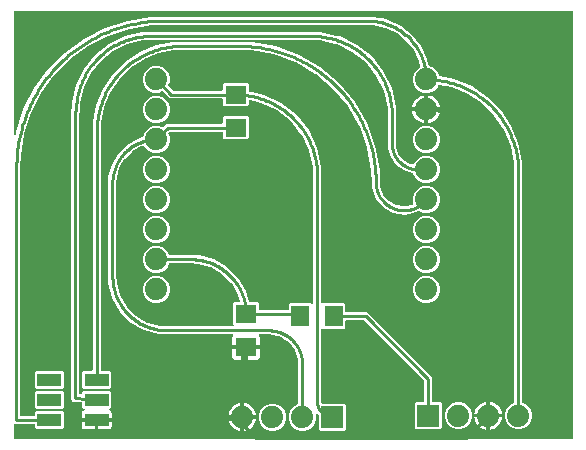
<source format=gbr>
G04 EAGLE Gerber X2 export*
%TF.Part,Single*%
%TF.FileFunction,Copper,L2,Bot,Mixed*%
%TF.FilePolarity,Positive*%
%TF.GenerationSoftware,Autodesk,EAGLE,8.6.0*%
%TF.CreationDate,2018-06-05T15:24:19Z*%
G75*
%MOMM*%
%FSLAX34Y34*%
%LPD*%
%AMOC8*
5,1,8,0,0,1.08239X$1,22.5*%
G01*
%ADD10R,1.879600X1.879600*%
%ADD11C,1.879600*%
%ADD12R,1.800000X1.600000*%
%ADD13R,1.600000X1.800000*%
%ADD14R,2.000000X1.100000*%
%ADD15C,0.609600*%
%ADD16C,0.254000*%

G36*
X476524Y3814D02*
X476524Y3814D01*
X476543Y3812D01*
X476645Y3834D01*
X476747Y3850D01*
X476764Y3860D01*
X476784Y3864D01*
X476873Y3917D01*
X476964Y3966D01*
X476978Y3980D01*
X476995Y3990D01*
X477062Y4069D01*
X477134Y4144D01*
X477142Y4162D01*
X477155Y4177D01*
X477194Y4273D01*
X477237Y4367D01*
X477239Y4387D01*
X477247Y4405D01*
X477265Y4572D01*
X477265Y365760D01*
X477262Y365780D01*
X477264Y365799D01*
X477242Y365901D01*
X477226Y366003D01*
X477216Y366020D01*
X477212Y366040D01*
X477159Y366129D01*
X477110Y366220D01*
X477096Y366234D01*
X477086Y366251D01*
X477007Y366318D01*
X476932Y366390D01*
X476914Y366398D01*
X476899Y366411D01*
X476803Y366450D01*
X476709Y366493D01*
X476689Y366495D01*
X476671Y366503D01*
X476504Y366521D01*
X5080Y366521D01*
X5060Y366518D01*
X5041Y366520D01*
X4939Y366498D01*
X4837Y366482D01*
X4820Y366472D01*
X4800Y366468D01*
X4711Y366415D01*
X4620Y366366D01*
X4606Y366352D01*
X4589Y366342D01*
X4522Y366263D01*
X4450Y366188D01*
X4442Y366170D01*
X4429Y366155D01*
X4390Y366059D01*
X4347Y365965D01*
X4345Y365945D01*
X4337Y365927D01*
X4319Y365760D01*
X4319Y261903D01*
X4329Y261840D01*
X4329Y261776D01*
X4349Y261720D01*
X4358Y261661D01*
X4388Y261604D01*
X4409Y261544D01*
X4446Y261496D01*
X4474Y261443D01*
X4520Y261399D01*
X4559Y261349D01*
X4608Y261315D01*
X4652Y261274D01*
X4710Y261247D01*
X4763Y261211D01*
X4821Y261195D01*
X4875Y261170D01*
X4938Y261163D01*
X5000Y261146D01*
X5060Y261150D01*
X5119Y261143D01*
X5182Y261157D01*
X5246Y261160D01*
X5301Y261183D01*
X5360Y261195D01*
X5415Y261228D01*
X5474Y261252D01*
X5519Y261291D01*
X5571Y261322D01*
X5612Y261370D01*
X5661Y261411D01*
X5692Y261463D01*
X5731Y261508D01*
X5755Y261568D01*
X5788Y261622D01*
X5810Y261706D01*
X5823Y261737D01*
X5825Y261761D01*
X5832Y261784D01*
X6181Y263987D01*
X12370Y283037D01*
X21464Y300884D01*
X33238Y317089D01*
X47401Y331252D01*
X63606Y343026D01*
X81453Y352120D01*
X100503Y358309D01*
X120287Y361443D01*
X309737Y361443D01*
X312310Y360855D01*
X315645Y360094D01*
X318980Y359333D01*
X321344Y358793D01*
X332071Y353628D01*
X341379Y346205D01*
X348802Y336897D01*
X353967Y326170D01*
X355256Y320525D01*
X355268Y320496D01*
X355273Y320464D01*
X355314Y320382D01*
X355349Y320298D01*
X355370Y320273D01*
X355384Y320245D01*
X355450Y320180D01*
X355509Y320111D01*
X355537Y320095D01*
X355560Y320072D01*
X355707Y319991D01*
X359789Y318300D01*
X363004Y315085D01*
X364432Y311639D01*
X364455Y311602D01*
X364469Y311562D01*
X364519Y311498D01*
X364562Y311429D01*
X364595Y311402D01*
X364621Y311369D01*
X364689Y311324D01*
X364751Y311273D01*
X364791Y311257D01*
X364827Y311234D01*
X364971Y311188D01*
X364981Y311184D01*
X364983Y311184D01*
X364987Y311183D01*
X377023Y308789D01*
X391815Y302662D01*
X405127Y293767D01*
X416449Y282446D01*
X425344Y269133D01*
X431471Y254341D01*
X434595Y238637D01*
X434595Y35389D01*
X434614Y35274D01*
X434631Y35158D01*
X434633Y35153D01*
X434634Y35146D01*
X434689Y35044D01*
X434742Y34939D01*
X434747Y34935D01*
X434750Y34929D01*
X434834Y34849D01*
X434918Y34767D01*
X434924Y34763D01*
X434928Y34760D01*
X434945Y34752D01*
X435065Y34686D01*
X437767Y33566D01*
X440982Y30351D01*
X442723Y26150D01*
X442723Y21602D01*
X440982Y17401D01*
X437767Y14186D01*
X433566Y12445D01*
X429018Y12445D01*
X424817Y14186D01*
X421602Y17401D01*
X419861Y21602D01*
X419861Y26150D01*
X421602Y30351D01*
X424817Y33566D01*
X427519Y34686D01*
X427619Y34747D01*
X427719Y34807D01*
X427723Y34812D01*
X427728Y34815D01*
X427802Y34905D01*
X427879Y34994D01*
X427881Y35000D01*
X427885Y35005D01*
X427927Y35113D01*
X427971Y35222D01*
X427972Y35230D01*
X427973Y35235D01*
X427974Y35253D01*
X427989Y35389D01*
X427989Y230632D01*
X427987Y230646D01*
X427988Y230670D01*
X427632Y237914D01*
X427626Y237946D01*
X427619Y238025D01*
X424792Y252237D01*
X424784Y252259D01*
X424749Y252379D01*
X419204Y265766D01*
X419191Y265786D01*
X419133Y265898D01*
X411083Y277945D01*
X411067Y277963D01*
X410989Y278061D01*
X400743Y288307D01*
X400724Y288320D01*
X400628Y288401D01*
X388580Y296451D01*
X388558Y296461D01*
X388448Y296522D01*
X375061Y302067D01*
X375038Y302072D01*
X374919Y302110D01*
X364515Y304179D01*
X364446Y304182D01*
X364378Y304194D01*
X364324Y304186D01*
X364269Y304188D01*
X364203Y304168D01*
X364135Y304158D01*
X364086Y304133D01*
X364033Y304117D01*
X363977Y304078D01*
X363916Y304047D01*
X363877Y304007D01*
X363832Y303975D01*
X363792Y303920D01*
X363744Y303871D01*
X363706Y303803D01*
X363687Y303777D01*
X363681Y303757D01*
X363663Y303724D01*
X363004Y302135D01*
X359789Y298920D01*
X355588Y297179D01*
X351040Y297179D01*
X346839Y298920D01*
X343624Y302135D01*
X341883Y306336D01*
X341883Y310884D01*
X343624Y315085D01*
X346839Y318300D01*
X347941Y318757D01*
X348008Y318799D01*
X348080Y318832D01*
X348112Y318863D01*
X348150Y318887D01*
X348200Y318948D01*
X348258Y319002D01*
X348278Y319042D01*
X348307Y319076D01*
X348335Y319150D01*
X348372Y319220D01*
X348379Y319264D01*
X348395Y319306D01*
X348398Y319385D01*
X348411Y319463D01*
X348404Y319522D01*
X348405Y319551D01*
X348398Y319578D01*
X348392Y319630D01*
X347441Y323796D01*
X347440Y323797D01*
X347440Y323799D01*
X347384Y323957D01*
X342967Y333130D01*
X342966Y333131D01*
X342966Y333132D01*
X342876Y333274D01*
X336528Y341234D01*
X336528Y341235D01*
X336527Y341236D01*
X336408Y341354D01*
X328448Y347702D01*
X328447Y347703D01*
X328446Y347704D01*
X328304Y347793D01*
X319131Y352210D01*
X319129Y352211D01*
X319128Y352212D01*
X318970Y352267D01*
X318190Y352445D01*
X314855Y353206D01*
X311520Y353967D01*
X311519Y353967D01*
X309044Y354532D01*
X309012Y354534D01*
X308917Y354550D01*
X303827Y354836D01*
X303810Y354834D01*
X303784Y354837D01*
X130302Y354837D01*
X130290Y354835D01*
X130272Y354837D01*
X120866Y354467D01*
X120837Y354461D01*
X120777Y354458D01*
X102196Y351515D01*
X102164Y351505D01*
X102079Y351487D01*
X84188Y345674D01*
X84158Y345659D01*
X84077Y345628D01*
X67315Y337088D01*
X67289Y337068D01*
X67213Y337025D01*
X51994Y325967D01*
X51970Y325944D01*
X51903Y325890D01*
X38600Y312587D01*
X38581Y312561D01*
X38523Y312496D01*
X27465Y297277D01*
X27450Y297247D01*
X27402Y297175D01*
X18862Y280413D01*
X18852Y280381D01*
X18816Y280302D01*
X13003Y262411D01*
X12998Y262378D01*
X12975Y262294D01*
X10032Y243713D01*
X10032Y243684D01*
X10023Y243624D01*
X9653Y234218D01*
X9655Y234206D01*
X9653Y234188D01*
X9653Y24402D01*
X9656Y24382D01*
X9654Y24363D01*
X9676Y24261D01*
X9692Y24159D01*
X9702Y24142D01*
X9706Y24122D01*
X9759Y24033D01*
X9808Y23942D01*
X9822Y23928D01*
X9832Y23911D01*
X9911Y23844D01*
X9986Y23772D01*
X10004Y23764D01*
X10019Y23751D01*
X10115Y23712D01*
X10209Y23669D01*
X10229Y23667D01*
X10247Y23659D01*
X10414Y23641D01*
X21562Y23641D01*
X21582Y23644D01*
X21601Y23642D01*
X21703Y23664D01*
X21805Y23680D01*
X21822Y23690D01*
X21842Y23694D01*
X21931Y23747D01*
X22022Y23796D01*
X22036Y23810D01*
X22053Y23820D01*
X22120Y23899D01*
X22192Y23974D01*
X22200Y23992D01*
X22213Y24007D01*
X22252Y24103D01*
X22295Y24197D01*
X22297Y24217D01*
X22305Y24235D01*
X22323Y24402D01*
X22323Y26680D01*
X23514Y27871D01*
X45198Y27871D01*
X46389Y26680D01*
X46389Y13996D01*
X45198Y12805D01*
X23514Y12805D01*
X22323Y13996D01*
X22323Y16274D01*
X22320Y16294D01*
X22322Y16313D01*
X22300Y16415D01*
X22284Y16517D01*
X22274Y16534D01*
X22270Y16554D01*
X22217Y16643D01*
X22168Y16734D01*
X22154Y16748D01*
X22144Y16765D01*
X22065Y16832D01*
X21990Y16904D01*
X21972Y16912D01*
X21957Y16925D01*
X21861Y16964D01*
X21767Y17007D01*
X21747Y17009D01*
X21729Y17017D01*
X21562Y17035D01*
X5080Y17035D01*
X5060Y17032D01*
X5041Y17034D01*
X4939Y17012D01*
X4837Y16996D01*
X4820Y16986D01*
X4800Y16982D01*
X4711Y16929D01*
X4620Y16880D01*
X4606Y16866D01*
X4589Y16856D01*
X4522Y16777D01*
X4450Y16702D01*
X4442Y16684D01*
X4429Y16669D01*
X4390Y16572D01*
X4347Y16479D01*
X4345Y16459D01*
X4337Y16441D01*
X4319Y16274D01*
X4319Y4572D01*
X4322Y4552D01*
X4320Y4533D01*
X4342Y4431D01*
X4358Y4329D01*
X4368Y4312D01*
X4372Y4292D01*
X4425Y4203D01*
X4474Y4112D01*
X4488Y4098D01*
X4498Y4081D01*
X4577Y4014D01*
X4652Y3942D01*
X4670Y3934D01*
X4685Y3921D01*
X4781Y3882D01*
X4875Y3839D01*
X4895Y3837D01*
X4913Y3829D01*
X5080Y3811D01*
X476504Y3811D01*
X476524Y3814D01*
G37*
%LPC*%
G36*
X246138Y11175D02*
X246138Y11175D01*
X241937Y12916D01*
X238722Y16131D01*
X236981Y20332D01*
X236981Y24880D01*
X238722Y29081D01*
X241937Y32296D01*
X244639Y33416D01*
X244739Y33477D01*
X244839Y33537D01*
X244843Y33542D01*
X244848Y33545D01*
X244922Y33635D01*
X244999Y33724D01*
X245001Y33730D01*
X245005Y33735D01*
X245047Y33843D01*
X245091Y33952D01*
X245092Y33960D01*
X245093Y33965D01*
X245094Y33983D01*
X245109Y34119D01*
X245109Y67564D01*
X245106Y67586D01*
X245107Y67624D01*
X244807Y71438D01*
X244805Y71444D01*
X244806Y71449D01*
X244772Y71614D01*
X242414Y78869D01*
X242398Y78901D01*
X242389Y78936D01*
X242306Y79082D01*
X237822Y85254D01*
X237797Y85279D01*
X237778Y85309D01*
X237654Y85422D01*
X231482Y89906D01*
X231450Y89922D01*
X231422Y89945D01*
X231269Y90014D01*
X224014Y92372D01*
X224008Y92373D01*
X224003Y92375D01*
X223838Y92407D01*
X220024Y92707D01*
X220002Y92705D01*
X219964Y92709D01*
X212190Y92709D01*
X212120Y92698D01*
X212048Y92696D01*
X211999Y92678D01*
X211948Y92670D01*
X211884Y92636D01*
X211817Y92611D01*
X211776Y92579D01*
X211730Y92554D01*
X211681Y92502D01*
X211625Y92458D01*
X211597Y92414D01*
X211561Y92376D01*
X211531Y92311D01*
X211492Y92251D01*
X211479Y92200D01*
X211457Y92153D01*
X211449Y92082D01*
X211432Y92012D01*
X211436Y91960D01*
X211430Y91909D01*
X211445Y91838D01*
X211451Y91767D01*
X211471Y91719D01*
X211482Y91668D01*
X211519Y91607D01*
X211547Y91541D01*
X211592Y91485D01*
X211609Y91457D01*
X211626Y91442D01*
X211652Y91410D01*
X211744Y91318D01*
X212078Y90739D01*
X212252Y90092D01*
X212252Y83281D01*
X201473Y83281D01*
X201453Y83278D01*
X201433Y83280D01*
X201332Y83258D01*
X201230Y83241D01*
X201213Y83232D01*
X201193Y83228D01*
X201104Y83175D01*
X201013Y83126D01*
X200999Y83112D01*
X200982Y83102D01*
X200915Y83023D01*
X200843Y82948D01*
X200835Y82930D01*
X200822Y82915D01*
X200783Y82819D01*
X200740Y82725D01*
X200738Y82705D01*
X200730Y82687D01*
X200712Y82520D01*
X200712Y81757D01*
X200710Y81757D01*
X200710Y82520D01*
X200707Y82540D01*
X200709Y82559D01*
X200687Y82661D01*
X200670Y82763D01*
X200661Y82780D01*
X200657Y82800D01*
X200603Y82889D01*
X200555Y82980D01*
X200541Y82994D01*
X200530Y83011D01*
X200452Y83078D01*
X200377Y83149D01*
X200359Y83158D01*
X200344Y83171D01*
X200247Y83210D01*
X200154Y83253D01*
X200134Y83255D01*
X200115Y83263D01*
X199949Y83281D01*
X189170Y83281D01*
X189170Y90092D01*
X189343Y90739D01*
X189678Y91318D01*
X189769Y91410D01*
X189811Y91468D01*
X189861Y91520D01*
X189883Y91567D01*
X189913Y91609D01*
X189934Y91678D01*
X189964Y91743D01*
X189970Y91795D01*
X189985Y91844D01*
X189983Y91916D01*
X189991Y91987D01*
X189980Y92038D01*
X189979Y92090D01*
X189954Y92158D01*
X189939Y92228D01*
X189912Y92273D01*
X189895Y92321D01*
X189850Y92377D01*
X189813Y92439D01*
X189773Y92473D01*
X189741Y92513D01*
X189681Y92552D01*
X189626Y92599D01*
X189578Y92618D01*
X189534Y92646D01*
X189464Y92664D01*
X189398Y92691D01*
X189327Y92699D01*
X189295Y92707D01*
X189272Y92705D01*
X189231Y92709D01*
X127337Y92709D01*
X114740Y96085D01*
X103445Y102606D01*
X94224Y111827D01*
X87703Y123122D01*
X84327Y135719D01*
X84327Y226043D01*
X87080Y236315D01*
X92397Y245524D01*
X99916Y253043D01*
X109125Y258360D01*
X112719Y259323D01*
X112759Y259341D01*
X112802Y259351D01*
X112870Y259392D01*
X112943Y259425D01*
X112975Y259454D01*
X113013Y259477D01*
X113065Y259538D01*
X113123Y259592D01*
X113144Y259630D01*
X113173Y259664D01*
X113203Y259738D01*
X113241Y259808D01*
X113248Y259851D01*
X113265Y259892D01*
X113281Y260037D01*
X113283Y260050D01*
X113283Y260054D01*
X113283Y260059D01*
X113283Y260084D01*
X115024Y264285D01*
X118239Y267500D01*
X122440Y269241D01*
X126988Y269241D01*
X129690Y268121D01*
X129804Y268095D01*
X129917Y268066D01*
X129923Y268067D01*
X129930Y268065D01*
X130046Y268076D01*
X130162Y268085D01*
X130168Y268088D01*
X130174Y268088D01*
X130282Y268136D01*
X130389Y268182D01*
X130395Y268186D01*
X130399Y268188D01*
X130413Y268201D01*
X130520Y268286D01*
X133222Y270989D01*
X180230Y270989D01*
X180250Y270992D01*
X180269Y270990D01*
X180371Y271012D01*
X180473Y271028D01*
X180490Y271038D01*
X180510Y271042D01*
X180599Y271095D01*
X180690Y271144D01*
X180704Y271158D01*
X180721Y271168D01*
X180788Y271247D01*
X180860Y271322D01*
X180868Y271340D01*
X180881Y271355D01*
X180920Y271451D01*
X180963Y271545D01*
X180965Y271565D01*
X180973Y271583D01*
X180991Y271750D01*
X180991Y276528D01*
X182182Y277719D01*
X201866Y277719D01*
X203057Y276528D01*
X203057Y258844D01*
X201866Y257653D01*
X182182Y257653D01*
X180991Y258844D01*
X180991Y263622D01*
X180988Y263642D01*
X180990Y263661D01*
X180968Y263763D01*
X180952Y263865D01*
X180942Y263882D01*
X180938Y263902D01*
X180885Y263991D01*
X180836Y264082D01*
X180822Y264096D01*
X180812Y264113D01*
X180733Y264180D01*
X180658Y264252D01*
X180640Y264260D01*
X180625Y264273D01*
X180529Y264312D01*
X180435Y264355D01*
X180415Y264357D01*
X180397Y264365D01*
X180230Y264383D01*
X136273Y264383D01*
X136183Y264369D01*
X136092Y264361D01*
X136063Y264349D01*
X136031Y264344D01*
X135950Y264301D01*
X135866Y264265D01*
X135834Y264239D01*
X135813Y264228D01*
X135791Y264205D01*
X135735Y264160D01*
X135190Y263616D01*
X135122Y263520D01*
X135052Y263427D01*
X135050Y263421D01*
X135047Y263416D01*
X135013Y263305D01*
X134976Y263193D01*
X134976Y263187D01*
X134974Y263181D01*
X134978Y263064D01*
X134979Y262947D01*
X134981Y262940D01*
X134981Y262935D01*
X134987Y262918D01*
X135025Y262786D01*
X136145Y260084D01*
X136145Y255536D01*
X134404Y251335D01*
X131189Y248120D01*
X126988Y246379D01*
X122440Y246379D01*
X118239Y248120D01*
X115024Y251335D01*
X114729Y252046D01*
X114680Y252125D01*
X114637Y252208D01*
X114615Y252229D01*
X114599Y252255D01*
X114528Y252314D01*
X114461Y252379D01*
X114433Y252392D01*
X114410Y252412D01*
X114323Y252445D01*
X114239Y252485D01*
X114209Y252489D01*
X114180Y252500D01*
X114087Y252504D01*
X113995Y252515D01*
X113957Y252509D01*
X113935Y252510D01*
X113903Y252501D01*
X113829Y252490D01*
X111881Y251968D01*
X111866Y251961D01*
X111851Y251959D01*
X111697Y251892D01*
X104232Y247582D01*
X104220Y247572D01*
X104205Y247566D01*
X104074Y247461D01*
X97979Y241366D01*
X97970Y241353D01*
X97958Y241343D01*
X97858Y241208D01*
X93548Y233743D01*
X93543Y233728D01*
X93533Y233715D01*
X93472Y233559D01*
X91241Y225233D01*
X91239Y225209D01*
X91217Y225086D01*
X90934Y220776D01*
X90936Y220757D01*
X90933Y220726D01*
X90933Y142240D01*
X90936Y142221D01*
X90934Y142190D01*
X91295Y136687D01*
X91300Y136664D01*
X91319Y136539D01*
X94168Y125908D01*
X94175Y125893D01*
X94177Y125878D01*
X94244Y125724D01*
X99748Y116192D01*
X99758Y116179D01*
X99764Y116165D01*
X99869Y116034D01*
X107652Y108251D01*
X107665Y108242D01*
X107674Y108229D01*
X107810Y108130D01*
X117342Y102626D01*
X117357Y102621D01*
X117369Y102611D01*
X117526Y102550D01*
X128157Y99701D01*
X128181Y99699D01*
X128305Y99677D01*
X133808Y99316D01*
X133827Y99318D01*
X133858Y99315D01*
X189442Y99315D01*
X189512Y99326D01*
X189584Y99328D01*
X189633Y99346D01*
X189684Y99354D01*
X189748Y99388D01*
X189815Y99413D01*
X189856Y99445D01*
X189902Y99470D01*
X189951Y99522D01*
X190007Y99566D01*
X190035Y99610D01*
X190071Y99648D01*
X190101Y99713D01*
X190140Y99773D01*
X190153Y99824D01*
X190175Y99871D01*
X190183Y99942D01*
X190200Y100012D01*
X190196Y100064D01*
X190202Y100115D01*
X190186Y100186D01*
X190181Y100257D01*
X190161Y100305D01*
X190149Y100356D01*
X190113Y100417D01*
X190085Y100483D01*
X190040Y100539D01*
X190023Y100567D01*
X190006Y100582D01*
X189980Y100614D01*
X189678Y100916D01*
X189678Y118600D01*
X190869Y119791D01*
X194874Y119791D01*
X194992Y119810D01*
X195109Y119828D01*
X195113Y119830D01*
X195117Y119830D01*
X195222Y119886D01*
X195328Y119941D01*
X195331Y119944D01*
X195335Y119946D01*
X195416Y120031D01*
X195499Y120117D01*
X195501Y120121D01*
X195504Y120124D01*
X195554Y120232D01*
X195605Y120339D01*
X195606Y120343D01*
X195608Y120347D01*
X195621Y120465D01*
X195635Y120583D01*
X195634Y120588D01*
X195635Y120591D01*
X195632Y120605D01*
X195610Y120749D01*
X194156Y126176D01*
X194149Y126191D01*
X194147Y126206D01*
X194079Y126360D01*
X188547Y135943D01*
X188537Y135955D01*
X188531Y135969D01*
X188426Y136100D01*
X180601Y143925D01*
X180588Y143934D01*
X180579Y143947D01*
X180444Y144046D01*
X170861Y149579D01*
X170846Y149584D01*
X170833Y149594D01*
X170677Y149655D01*
X159989Y152519D01*
X159965Y152521D01*
X159841Y152543D01*
X154309Y152906D01*
X154290Y152904D01*
X154259Y152907D01*
X136227Y152907D01*
X136112Y152888D01*
X135996Y152871D01*
X135991Y152869D01*
X135984Y152868D01*
X135882Y152813D01*
X135777Y152760D01*
X135773Y152755D01*
X135767Y152752D01*
X135687Y152668D01*
X135605Y152584D01*
X135601Y152578D01*
X135598Y152574D01*
X135590Y152557D01*
X135524Y152437D01*
X134404Y149735D01*
X131189Y146520D01*
X126988Y144779D01*
X122440Y144779D01*
X118239Y146520D01*
X115024Y149735D01*
X113283Y153936D01*
X113283Y158484D01*
X115024Y162685D01*
X118239Y165900D01*
X122440Y167641D01*
X126988Y167641D01*
X131189Y165900D01*
X134404Y162685D01*
X135524Y159983D01*
X135585Y159883D01*
X135645Y159783D01*
X135650Y159779D01*
X135653Y159774D01*
X135743Y159699D01*
X135832Y159623D01*
X135838Y159621D01*
X135843Y159617D01*
X135951Y159575D01*
X136060Y159531D01*
X136068Y159530D01*
X136073Y159529D01*
X136091Y159528D01*
X136227Y159513D01*
X160809Y159513D01*
X173463Y156122D01*
X184809Y149572D01*
X194072Y140308D01*
X200623Y128963D01*
X202929Y120355D01*
X202947Y120315D01*
X202957Y120272D01*
X202998Y120204D01*
X203030Y120131D01*
X203060Y120099D01*
X203083Y120061D01*
X203143Y120009D01*
X203198Y119951D01*
X203236Y119930D01*
X203270Y119901D01*
X203344Y119871D01*
X203414Y119833D01*
X203457Y119826D01*
X203498Y119809D01*
X203642Y119793D01*
X203656Y119791D01*
X203660Y119791D01*
X203665Y119791D01*
X210553Y119791D01*
X211744Y118600D01*
X211744Y113822D01*
X211747Y113802D01*
X211745Y113783D01*
X211767Y113681D01*
X211783Y113579D01*
X211793Y113562D01*
X211797Y113542D01*
X211850Y113453D01*
X211898Y113362D01*
X211913Y113348D01*
X211923Y113331D01*
X212002Y113264D01*
X212077Y113192D01*
X212095Y113184D01*
X212110Y113171D01*
X212206Y113132D01*
X212300Y113089D01*
X212320Y113087D01*
X212338Y113079D01*
X212505Y113061D01*
X236115Y113061D01*
X236134Y113064D01*
X236154Y113062D01*
X236256Y113084D01*
X236358Y113100D01*
X236375Y113110D01*
X236395Y113114D01*
X236484Y113167D01*
X236575Y113216D01*
X236589Y113230D01*
X236606Y113240D01*
X236673Y113319D01*
X236744Y113394D01*
X236753Y113412D01*
X236766Y113427D01*
X236804Y113523D01*
X236848Y113617D01*
X236850Y113637D01*
X236858Y113655D01*
X236876Y113822D01*
X236876Y117995D01*
X238067Y119186D01*
X245218Y119186D01*
X245308Y119201D01*
X245399Y119208D01*
X245429Y119220D01*
X245461Y119226D01*
X245541Y119268D01*
X245625Y119304D01*
X245657Y119330D01*
X245678Y119341D01*
X245687Y119351D01*
X245865Y119351D01*
X245901Y119357D01*
X245938Y119354D01*
X246022Y119376D01*
X246108Y119390D01*
X246140Y119408D01*
X246175Y119417D01*
X246320Y119502D01*
X246454Y119602D01*
X248117Y119359D01*
X248150Y119359D01*
X248227Y119351D01*
X249929Y119351D01*
X249992Y119296D01*
X250022Y119284D01*
X250049Y119265D01*
X250135Y119239D01*
X250220Y119204D01*
X250261Y119200D01*
X250284Y119193D01*
X250316Y119194D01*
X250387Y119186D01*
X255751Y119186D01*
X256510Y118427D01*
X256568Y118385D01*
X256620Y118336D01*
X256667Y118314D01*
X256709Y118283D01*
X256778Y118262D01*
X256843Y118232D01*
X256895Y118226D01*
X256945Y118211D01*
X257016Y118213D01*
X257087Y118205D01*
X257138Y118216D01*
X257190Y118217D01*
X257258Y118242D01*
X257328Y118257D01*
X257373Y118284D01*
X257421Y118302D01*
X257477Y118347D01*
X257539Y118383D01*
X257573Y118423D01*
X257613Y118456D01*
X257652Y118516D01*
X257699Y118570D01*
X257718Y118619D01*
X257746Y118662D01*
X257764Y118732D01*
X257791Y118799D01*
X257799Y118870D01*
X257807Y118901D01*
X257805Y118924D01*
X257809Y118965D01*
X257809Y226598D01*
X257807Y226614D01*
X257808Y226641D01*
X257399Y233921D01*
X257392Y233953D01*
X257381Y234048D01*
X254141Y248243D01*
X254141Y248245D01*
X254141Y248246D01*
X254085Y248404D01*
X247767Y261523D01*
X247766Y261524D01*
X247766Y261526D01*
X247677Y261667D01*
X238598Y273052D01*
X238597Y273052D01*
X238596Y273054D01*
X238478Y273172D01*
X227093Y282251D01*
X227092Y282251D01*
X227091Y282252D01*
X226998Y282311D01*
X226990Y282318D01*
X226981Y282321D01*
X226949Y282341D01*
X213830Y288659D01*
X213829Y288659D01*
X213828Y288660D01*
X213669Y288715D01*
X211278Y289261D01*
X207943Y290022D01*
X204608Y290783D01*
X204608Y290784D01*
X203987Y290925D01*
X203883Y290932D01*
X203779Y290943D01*
X203760Y290939D01*
X203742Y290940D01*
X203641Y290913D01*
X203538Y290891D01*
X203522Y290881D01*
X203504Y290877D01*
X203417Y290819D01*
X203327Y290765D01*
X203315Y290751D01*
X203300Y290740D01*
X203235Y290658D01*
X203167Y290578D01*
X203160Y290561D01*
X203149Y290546D01*
X203115Y290447D01*
X203075Y290350D01*
X203073Y290327D01*
X203068Y290314D01*
X203068Y290282D01*
X203057Y290183D01*
X203057Y286844D01*
X201866Y285653D01*
X182182Y285653D01*
X180991Y286844D01*
X180991Y291622D01*
X180988Y291642D01*
X180990Y291661D01*
X180968Y291763D01*
X180952Y291865D01*
X180942Y291882D01*
X180938Y291902D01*
X180885Y291991D01*
X180836Y292082D01*
X180822Y292096D01*
X180812Y292113D01*
X180733Y292180D01*
X180658Y292252D01*
X180640Y292260D01*
X180625Y292273D01*
X180529Y292312D01*
X180435Y292355D01*
X180415Y292357D01*
X180397Y292365D01*
X180230Y292383D01*
X136270Y292383D01*
X130520Y298134D01*
X130425Y298202D01*
X130331Y298272D01*
X130325Y298274D01*
X130320Y298277D01*
X130209Y298311D01*
X130097Y298348D01*
X130091Y298348D01*
X130085Y298350D01*
X129968Y298346D01*
X129851Y298345D01*
X129844Y298343D01*
X129839Y298343D01*
X129822Y298337D01*
X129690Y298299D01*
X126988Y297179D01*
X122440Y297179D01*
X118239Y298920D01*
X115024Y302135D01*
X113283Y306336D01*
X113283Y310884D01*
X115024Y315085D01*
X118239Y318300D01*
X122440Y320041D01*
X126988Y320041D01*
X131189Y318300D01*
X134404Y315085D01*
X136145Y310884D01*
X136145Y306336D01*
X135025Y303634D01*
X134999Y303520D01*
X134970Y303407D01*
X134971Y303401D01*
X134969Y303394D01*
X134980Y303278D01*
X134989Y303162D01*
X134992Y303156D01*
X134992Y303150D01*
X135040Y303042D01*
X135086Y302935D01*
X135090Y302929D01*
X135092Y302925D01*
X135105Y302911D01*
X135190Y302804D01*
X138783Y299212D01*
X138857Y299159D01*
X138926Y299099D01*
X138957Y299087D01*
X138983Y299068D01*
X139070Y299041D01*
X139155Y299007D01*
X139196Y299003D01*
X139218Y298996D01*
X139250Y298997D01*
X139321Y298989D01*
X180230Y298989D01*
X180250Y298992D01*
X180269Y298990D01*
X180371Y299012D01*
X180473Y299028D01*
X180490Y299038D01*
X180510Y299042D01*
X180599Y299095D01*
X180690Y299144D01*
X180704Y299158D01*
X180721Y299168D01*
X180788Y299247D01*
X180860Y299322D01*
X180868Y299340D01*
X180881Y299355D01*
X180920Y299451D01*
X180963Y299545D01*
X180965Y299565D01*
X180973Y299583D01*
X180991Y299750D01*
X180991Y304528D01*
X182182Y305719D01*
X201866Y305719D01*
X203057Y304528D01*
X203057Y298939D01*
X203066Y298882D01*
X203066Y298824D01*
X203086Y298762D01*
X203096Y298697D01*
X203124Y298645D01*
X203142Y298590D01*
X203181Y298537D01*
X203212Y298479D01*
X203254Y298439D01*
X203288Y298393D01*
X203342Y298355D01*
X203390Y298310D01*
X203443Y298285D01*
X203490Y298252D01*
X203584Y298220D01*
X203613Y298206D01*
X203627Y298205D01*
X203649Y298197D01*
X205951Y297672D01*
X209286Y296910D01*
X212621Y296149D01*
X215956Y295388D01*
X215957Y295388D01*
X216084Y295359D01*
X230782Y288281D01*
X243536Y278110D01*
X253707Y265356D01*
X260785Y250658D01*
X264415Y234755D01*
X264415Y119372D01*
X264426Y119301D01*
X264428Y119229D01*
X264446Y119180D01*
X264454Y119129D01*
X264488Y119066D01*
X264513Y118998D01*
X264545Y118958D01*
X264570Y118912D01*
X264622Y118862D01*
X264666Y118806D01*
X264710Y118778D01*
X264748Y118742D01*
X264813Y118712D01*
X264873Y118673D01*
X264924Y118660D01*
X264971Y118639D01*
X265042Y118631D01*
X265112Y118613D01*
X265164Y118617D01*
X265215Y118611D01*
X265286Y118627D01*
X265357Y118632D01*
X265405Y118653D01*
X265456Y118664D01*
X265517Y118701D01*
X265583Y118729D01*
X265639Y118773D01*
X265667Y118790D01*
X265682Y118808D01*
X265714Y118833D01*
X266067Y119186D01*
X283751Y119186D01*
X284942Y117995D01*
X284942Y112217D01*
X284945Y112197D01*
X284943Y112178D01*
X284965Y112076D01*
X284981Y111974D01*
X284991Y111957D01*
X284995Y111937D01*
X285048Y111848D01*
X285096Y111757D01*
X285111Y111743D01*
X285121Y111726D01*
X285200Y111659D01*
X285275Y111588D01*
X285293Y111579D01*
X285308Y111566D01*
X285404Y111528D01*
X285498Y111484D01*
X285518Y111482D01*
X285536Y111474D01*
X285703Y111456D01*
X303425Y111456D01*
X356237Y58644D01*
X358395Y56486D01*
X358395Y36068D01*
X358398Y36048D01*
X358396Y36029D01*
X358418Y35927D01*
X358434Y35825D01*
X358444Y35808D01*
X358448Y35788D01*
X358501Y35699D01*
X358550Y35608D01*
X358564Y35594D01*
X358574Y35577D01*
X358653Y35510D01*
X358728Y35438D01*
X358746Y35430D01*
X358761Y35417D01*
X358857Y35378D01*
X358951Y35335D01*
X358971Y35333D01*
X358989Y35325D01*
X359156Y35307D01*
X365332Y35307D01*
X366523Y34116D01*
X366523Y13636D01*
X365332Y12445D01*
X344852Y12445D01*
X343661Y13636D01*
X343661Y34116D01*
X344852Y35307D01*
X351028Y35307D01*
X351048Y35310D01*
X351067Y35308D01*
X351169Y35330D01*
X351271Y35346D01*
X351288Y35356D01*
X351308Y35360D01*
X351397Y35413D01*
X351488Y35462D01*
X351502Y35476D01*
X351519Y35486D01*
X351586Y35565D01*
X351658Y35640D01*
X351666Y35658D01*
X351679Y35673D01*
X351718Y35769D01*
X351761Y35863D01*
X351763Y35883D01*
X351771Y35901D01*
X351789Y36068D01*
X351789Y53435D01*
X351775Y53525D01*
X351767Y53616D01*
X351755Y53645D01*
X351750Y53677D01*
X351707Y53758D01*
X351671Y53842D01*
X351645Y53874D01*
X351634Y53895D01*
X351611Y53917D01*
X351566Y53973D01*
X300912Y104627D01*
X300838Y104681D01*
X300768Y104740D01*
X300738Y104752D01*
X300712Y104771D01*
X300625Y104798D01*
X300540Y104832D01*
X300499Y104837D01*
X300477Y104843D01*
X300445Y104843D01*
X300373Y104850D01*
X285703Y104850D01*
X285683Y104847D01*
X285663Y104849D01*
X285562Y104827D01*
X285460Y104811D01*
X285442Y104801D01*
X285423Y104797D01*
X285334Y104744D01*
X285243Y104696D01*
X285229Y104681D01*
X285212Y104671D01*
X285144Y104592D01*
X285073Y104517D01*
X285065Y104499D01*
X285052Y104484D01*
X285013Y104388D01*
X284970Y104294D01*
X284967Y104274D01*
X284960Y104256D01*
X284942Y104089D01*
X284942Y98311D01*
X283751Y97120D01*
X266067Y97120D01*
X265714Y97473D01*
X265656Y97515D01*
X265604Y97564D01*
X265557Y97586D01*
X265515Y97617D01*
X265446Y97638D01*
X265381Y97668D01*
X265329Y97674D01*
X265279Y97689D01*
X265208Y97687D01*
X265137Y97695D01*
X265086Y97684D01*
X265034Y97683D01*
X264966Y97658D01*
X264896Y97643D01*
X264851Y97616D01*
X264803Y97598D01*
X264747Y97553D01*
X264685Y97516D01*
X264651Y97477D01*
X264611Y97444D01*
X264572Y97384D01*
X264525Y97330D01*
X264506Y97281D01*
X264478Y97237D01*
X264460Y97168D01*
X264433Y97101D01*
X264425Y97030D01*
X264417Y96999D01*
X264419Y96976D01*
X264415Y96935D01*
X264415Y35306D01*
X264419Y35280D01*
X264418Y35231D01*
X264468Y34723D01*
X264496Y34621D01*
X264518Y34518D01*
X264527Y34503D01*
X264532Y34486D01*
X264590Y34398D01*
X264644Y34307D01*
X264658Y34295D01*
X264668Y34281D01*
X264751Y34216D01*
X264831Y34147D01*
X264848Y34140D01*
X264862Y34130D01*
X264961Y34095D01*
X265059Y34055D01*
X265081Y34053D01*
X265094Y34048D01*
X265125Y34048D01*
X265226Y34037D01*
X284052Y34037D01*
X285243Y32846D01*
X285243Y12366D01*
X284052Y11175D01*
X263572Y11175D01*
X262381Y12366D01*
X262381Y23790D01*
X262367Y23880D01*
X262359Y23971D01*
X262347Y24001D01*
X262342Y24033D01*
X262299Y24113D01*
X262263Y24197D01*
X262237Y24230D01*
X262226Y24250D01*
X262203Y24272D01*
X262158Y24328D01*
X261142Y25344D01*
X261084Y25386D01*
X261032Y25436D01*
X260985Y25458D01*
X260943Y25488D01*
X260874Y25509D01*
X260809Y25539D01*
X260757Y25545D01*
X260707Y25560D01*
X260636Y25558D01*
X260565Y25566D01*
X260514Y25555D01*
X260462Y25554D01*
X260394Y25529D01*
X260324Y25514D01*
X260279Y25487D01*
X260231Y25470D01*
X260175Y25425D01*
X260113Y25388D01*
X260079Y25348D01*
X260039Y25316D01*
X260000Y25256D01*
X259953Y25201D01*
X259934Y25153D01*
X259906Y25109D01*
X259888Y25039D01*
X259861Y24973D01*
X259853Y24902D01*
X259845Y24870D01*
X259847Y24847D01*
X259843Y24806D01*
X259843Y20332D01*
X258102Y16131D01*
X254887Y12916D01*
X250686Y11175D01*
X246138Y11175D01*
G37*
%LPD*%
%LPC*%
G36*
X74355Y20337D02*
X74355Y20337D01*
X74355Y21100D01*
X74352Y21120D01*
X74354Y21139D01*
X74332Y21241D01*
X74315Y21343D01*
X74306Y21360D01*
X74302Y21380D01*
X74249Y21469D01*
X74200Y21560D01*
X74186Y21574D01*
X74176Y21591D01*
X74097Y21658D01*
X74022Y21729D01*
X74004Y21738D01*
X73989Y21751D01*
X73893Y21790D01*
X73799Y21833D01*
X73779Y21835D01*
X73761Y21843D01*
X73594Y21861D01*
X61815Y21861D01*
X61815Y26172D01*
X61988Y26819D01*
X62323Y27398D01*
X62796Y27871D01*
X63375Y28206D01*
X63760Y28309D01*
X63782Y28319D01*
X63806Y28323D01*
X63894Y28369D01*
X63984Y28410D01*
X64002Y28426D01*
X64023Y28438D01*
X64092Y28509D01*
X64165Y28577D01*
X64176Y28598D01*
X64193Y28616D01*
X64235Y28706D01*
X64282Y28793D01*
X64286Y28817D01*
X64296Y28839D01*
X64307Y28938D01*
X64324Y29036D01*
X64321Y29060D01*
X64323Y29083D01*
X64302Y29180D01*
X64287Y29279D01*
X64276Y29300D01*
X64271Y29324D01*
X64220Y29409D01*
X64175Y29498D01*
X64157Y29514D01*
X64145Y29535D01*
X64069Y29600D01*
X63998Y29669D01*
X63976Y29679D01*
X63958Y29695D01*
X63866Y29732D01*
X63776Y29775D01*
X63752Y29778D01*
X63730Y29787D01*
X63563Y29805D01*
X63514Y29805D01*
X62323Y30996D01*
X62323Y34330D01*
X62305Y34439D01*
X62291Y34550D01*
X62285Y34561D01*
X62284Y34573D01*
X62232Y34670D01*
X62183Y34771D01*
X62174Y34779D01*
X62168Y34790D01*
X62088Y34866D01*
X62010Y34946D01*
X61999Y34951D01*
X61990Y34959D01*
X61889Y35006D01*
X61790Y35056D01*
X61776Y35059D01*
X61767Y35063D01*
X61740Y35066D01*
X61625Y35088D01*
X56028Y35557D01*
X56005Y35555D01*
X55964Y35559D01*
X54745Y35559D01*
X54703Y35581D01*
X54651Y35618D01*
X54594Y35636D01*
X54541Y35662D01*
X54509Y35669D01*
X53722Y36600D01*
X53704Y36615D01*
X53679Y36647D01*
X52817Y37508D01*
X52802Y37554D01*
X52792Y37617D01*
X52764Y37670D01*
X52745Y37726D01*
X52727Y37753D01*
X52829Y38968D01*
X52827Y38991D01*
X52831Y39032D01*
X52831Y283308D01*
X53370Y283847D01*
X53423Y283921D01*
X53483Y283990D01*
X53495Y284021D01*
X53514Y284047D01*
X53541Y284134D01*
X53575Y284219D01*
X53579Y284260D01*
X53586Y284282D01*
X53585Y284314D01*
X53593Y284385D01*
X53593Y289438D01*
X56930Y304059D01*
X63437Y317570D01*
X72787Y329295D01*
X84512Y338645D01*
X98023Y345152D01*
X112644Y348489D01*
X264553Y348489D01*
X267071Y347914D01*
X270406Y347153D01*
X273741Y346392D01*
X277076Y345630D01*
X280178Y344922D01*
X294618Y337969D01*
X307148Y327976D01*
X317141Y315446D01*
X324094Y301006D01*
X327661Y285381D01*
X327661Y254000D01*
X327664Y253978D01*
X327663Y253940D01*
X327879Y251199D01*
X327880Y251193D01*
X327880Y251187D01*
X327914Y251023D01*
X329608Y245808D01*
X329625Y245776D01*
X329633Y245742D01*
X329716Y245596D01*
X332939Y241160D01*
X332965Y241135D01*
X332984Y241104D01*
X333108Y240991D01*
X337544Y237768D01*
X337576Y237752D01*
X337603Y237729D01*
X337756Y237660D01*
X341811Y236343D01*
X341923Y236326D01*
X342034Y236305D01*
X342044Y236307D01*
X342054Y236305D01*
X342166Y236325D01*
X342277Y236341D01*
X342286Y236346D01*
X342297Y236348D01*
X342396Y236402D01*
X342497Y236453D01*
X342504Y236460D01*
X342513Y236465D01*
X342590Y236548D01*
X342669Y236628D01*
X342675Y236639D01*
X342680Y236645D01*
X342691Y236668D01*
X342750Y236775D01*
X343624Y238885D01*
X346839Y242100D01*
X351040Y243841D01*
X355588Y243841D01*
X359789Y242100D01*
X363004Y238885D01*
X364745Y234684D01*
X364745Y230136D01*
X363004Y225935D01*
X359789Y222720D01*
X355588Y220979D01*
X351040Y220979D01*
X346839Y222720D01*
X343624Y225935D01*
X342491Y228669D01*
X342429Y228770D01*
X342364Y228875D01*
X342363Y228876D01*
X342361Y228878D01*
X342270Y228953D01*
X342176Y229032D01*
X342173Y229034D01*
X342172Y229035D01*
X342164Y229038D01*
X342023Y229102D01*
X334506Y231544D01*
X328127Y236179D01*
X323492Y242558D01*
X321055Y250057D01*
X321055Y277368D01*
X321053Y277384D01*
X321054Y277411D01*
X320653Y284549D01*
X320646Y284580D01*
X320635Y284676D01*
X317459Y298594D01*
X317458Y298595D01*
X317458Y298597D01*
X317432Y298672D01*
X317427Y298694D01*
X317419Y298707D01*
X317402Y298755D01*
X311208Y311617D01*
X311207Y311619D01*
X311207Y311620D01*
X311117Y311762D01*
X302216Y322924D01*
X302215Y322924D01*
X302214Y322926D01*
X302096Y323044D01*
X290934Y331945D01*
X290933Y331946D01*
X290932Y331947D01*
X290789Y332036D01*
X277927Y338230D01*
X277925Y338231D01*
X277924Y338231D01*
X277766Y338287D01*
X275769Y338742D01*
X272434Y339503D01*
X272434Y339504D01*
X269099Y340265D01*
X265764Y341026D01*
X265763Y341026D01*
X263848Y341463D01*
X263815Y341465D01*
X263721Y341481D01*
X256583Y341882D01*
X256566Y341880D01*
X256540Y341883D01*
X120142Y341883D01*
X120126Y341881D01*
X120099Y341882D01*
X113473Y341510D01*
X113441Y341503D01*
X113346Y341492D01*
X100426Y338543D01*
X100425Y338543D01*
X100423Y338542D01*
X100265Y338487D01*
X88325Y332737D01*
X88324Y332736D01*
X88323Y332735D01*
X88181Y332646D01*
X77819Y324383D01*
X77819Y324382D01*
X77817Y324381D01*
X77699Y324263D01*
X69436Y313901D01*
X69435Y313900D01*
X69434Y313899D01*
X69345Y313757D01*
X63595Y301817D01*
X63595Y301815D01*
X63594Y301814D01*
X63542Y301666D01*
X63542Y301664D01*
X63539Y301656D01*
X60590Y288736D01*
X60588Y288704D01*
X60572Y288609D01*
X60200Y281983D01*
X60202Y281966D01*
X60199Y281940D01*
X60199Y280572D01*
X59660Y280033D01*
X59607Y279959D01*
X59547Y279890D01*
X59535Y279859D01*
X59516Y279833D01*
X59489Y279746D01*
X59455Y279661D01*
X59451Y279620D01*
X59444Y279598D01*
X59445Y279566D01*
X59437Y279495D01*
X59437Y42600D01*
X59455Y42491D01*
X59469Y42380D01*
X59475Y42369D01*
X59476Y42358D01*
X59528Y42260D01*
X59577Y42160D01*
X59586Y42151D01*
X59592Y42140D01*
X59672Y42064D01*
X59750Y41985D01*
X59761Y41979D01*
X59770Y41971D01*
X59871Y41924D01*
X59970Y41874D01*
X59984Y41871D01*
X59993Y41867D01*
X60020Y41864D01*
X60135Y41842D01*
X61499Y41728D01*
X61550Y41732D01*
X61601Y41726D01*
X61672Y41741D01*
X61744Y41747D01*
X61791Y41767D01*
X61842Y41778D01*
X61904Y41815D01*
X61970Y41843D01*
X62009Y41878D01*
X62053Y41904D01*
X62100Y41959D01*
X62154Y42007D01*
X62179Y42052D01*
X62213Y42091D01*
X62240Y42158D01*
X62276Y42221D01*
X62285Y42271D01*
X62305Y42319D01*
X62318Y42435D01*
X62323Y42462D01*
X62322Y42472D01*
X62323Y42486D01*
X62323Y43680D01*
X63514Y44871D01*
X85198Y44871D01*
X86389Y43680D01*
X86389Y30996D01*
X85198Y29805D01*
X85149Y29805D01*
X85125Y29801D01*
X85101Y29804D01*
X85004Y29782D01*
X84906Y29766D01*
X84885Y29754D01*
X84861Y29749D01*
X84776Y29697D01*
X84689Y29650D01*
X84672Y29633D01*
X84652Y29620D01*
X84588Y29544D01*
X84519Y29472D01*
X84509Y29450D01*
X84494Y29432D01*
X84458Y29339D01*
X84416Y29249D01*
X84413Y29225D01*
X84404Y29203D01*
X84400Y29103D01*
X84389Y29005D01*
X84394Y28981D01*
X84393Y28957D01*
X84420Y28862D01*
X84441Y28764D01*
X84453Y28743D01*
X84460Y28720D01*
X84516Y28639D01*
X84567Y28553D01*
X84585Y28537D01*
X84599Y28518D01*
X84678Y28458D01*
X84754Y28393D01*
X84776Y28384D01*
X84796Y28370D01*
X84952Y28309D01*
X85337Y28206D01*
X85916Y27871D01*
X86389Y27398D01*
X86724Y26819D01*
X86897Y26172D01*
X86897Y21861D01*
X75118Y21861D01*
X75098Y21858D01*
X75079Y21860D01*
X74977Y21838D01*
X74875Y21821D01*
X74858Y21812D01*
X74838Y21808D01*
X74749Y21755D01*
X74658Y21706D01*
X74644Y21692D01*
X74627Y21682D01*
X74560Y21603D01*
X74489Y21528D01*
X74480Y21510D01*
X74467Y21495D01*
X74428Y21399D01*
X74385Y21305D01*
X74383Y21285D01*
X74375Y21267D01*
X74357Y21100D01*
X74357Y20337D01*
X74355Y20337D01*
G37*
%LPD*%
%LPC*%
G36*
X63514Y46805D02*
X63514Y46805D01*
X62323Y47996D01*
X62323Y60680D01*
X63514Y61871D01*
X70292Y61871D01*
X70312Y61874D01*
X70331Y61872D01*
X70433Y61894D01*
X70535Y61910D01*
X70552Y61920D01*
X70572Y61924D01*
X70661Y61977D01*
X70752Y62026D01*
X70766Y62040D01*
X70783Y62050D01*
X70850Y62129D01*
X70922Y62204D01*
X70930Y62222D01*
X70943Y62237D01*
X70982Y62333D01*
X71025Y62427D01*
X71027Y62447D01*
X71035Y62465D01*
X71053Y62632D01*
X71053Y272268D01*
X73945Y286806D01*
X79618Y300501D01*
X87853Y312826D01*
X98334Y323307D01*
X110659Y331542D01*
X124354Y337215D01*
X138892Y340107D01*
X205704Y340107D01*
X226144Y336503D01*
X245648Y329404D01*
X263623Y319026D01*
X279523Y305685D01*
X292864Y289785D01*
X303242Y271810D01*
X310341Y252306D01*
X313945Y231866D01*
X313945Y221488D01*
X313949Y221464D01*
X313948Y221420D01*
X314258Y217934D01*
X314263Y217917D01*
X314262Y217899D01*
X314303Y217736D01*
X316729Y211199D01*
X316754Y211154D01*
X316771Y211105D01*
X316837Y211008D01*
X316851Y210985D01*
X316858Y210979D01*
X316866Y210967D01*
X321415Y205682D01*
X321454Y205649D01*
X321487Y205609D01*
X321583Y205541D01*
X321603Y205524D01*
X321612Y205520D01*
X321624Y205512D01*
X327727Y202140D01*
X327776Y202122D01*
X327820Y202096D01*
X327934Y202066D01*
X327959Y202057D01*
X327968Y202057D01*
X327982Y202053D01*
X334878Y201015D01*
X334929Y201016D01*
X334980Y201007D01*
X335097Y201018D01*
X335124Y201018D01*
X335133Y201021D01*
X335147Y201023D01*
X341863Y202426D01*
X341948Y202458D01*
X342035Y202483D01*
X342062Y202502D01*
X342093Y202514D01*
X342163Y202572D01*
X342237Y202624D01*
X342257Y202650D01*
X342282Y202671D01*
X342330Y202748D01*
X342384Y202821D01*
X342394Y202852D01*
X342412Y202880D01*
X342432Y202969D01*
X342460Y203055D01*
X342460Y203088D01*
X342467Y203120D01*
X342459Y203210D01*
X342458Y203301D01*
X342446Y203341D01*
X342444Y203365D01*
X342431Y203394D01*
X342411Y203462D01*
X341883Y204736D01*
X341883Y209284D01*
X343624Y213485D01*
X346839Y216700D01*
X351040Y218441D01*
X355588Y218441D01*
X359789Y216700D01*
X363004Y213485D01*
X364745Y209284D01*
X364745Y204736D01*
X363004Y200535D01*
X359789Y197320D01*
X355588Y195579D01*
X351040Y195579D01*
X347238Y197154D01*
X347207Y197162D01*
X347178Y197176D01*
X347088Y197189D01*
X346999Y197210D01*
X346967Y197207D01*
X346935Y197212D01*
X346845Y197196D01*
X346754Y197187D01*
X346724Y197174D01*
X346693Y197168D01*
X346542Y197095D01*
X344736Y195960D01*
X335212Y193971D01*
X325589Y195419D01*
X317072Y200125D01*
X310725Y207500D01*
X307339Y216623D01*
X307339Y221488D01*
X307337Y221501D01*
X307339Y221521D01*
X306915Y231217D01*
X306909Y231248D01*
X306904Y231316D01*
X303537Y250414D01*
X303527Y250444D01*
X303503Y250543D01*
X296870Y268765D01*
X296855Y268793D01*
X296814Y268886D01*
X287118Y285680D01*
X287098Y285704D01*
X287041Y285789D01*
X274576Y300644D01*
X274552Y300665D01*
X274482Y300738D01*
X259627Y313203D01*
X259600Y313219D01*
X259518Y313280D01*
X242724Y322976D01*
X242694Y322987D01*
X242603Y323032D01*
X224381Y329665D01*
X224350Y329670D01*
X224252Y329699D01*
X205154Y333066D01*
X205123Y333067D01*
X205055Y333077D01*
X195359Y333501D01*
X195346Y333499D01*
X195326Y333501D01*
X146304Y333501D01*
X146290Y333499D01*
X146267Y333500D01*
X139613Y333173D01*
X139581Y333167D01*
X139502Y333160D01*
X126450Y330564D01*
X126427Y330555D01*
X126307Y330520D01*
X114012Y325428D01*
X113992Y325415D01*
X113881Y325357D01*
X102816Y317964D01*
X102798Y317947D01*
X102701Y317869D01*
X93291Y308459D01*
X93277Y308440D01*
X93196Y308344D01*
X85803Y297279D01*
X85793Y297257D01*
X85732Y297148D01*
X80640Y284853D01*
X80634Y284830D01*
X80596Y284710D01*
X78000Y271658D01*
X77999Y271625D01*
X77987Y271547D01*
X77660Y264893D01*
X77661Y264879D01*
X77659Y264856D01*
X77659Y62632D01*
X77662Y62612D01*
X77660Y62593D01*
X77682Y62491D01*
X77698Y62389D01*
X77708Y62372D01*
X77712Y62352D01*
X77765Y62263D01*
X77814Y62172D01*
X77828Y62158D01*
X77838Y62141D01*
X77917Y62074D01*
X77992Y62002D01*
X78010Y61994D01*
X78025Y61981D01*
X78121Y61942D01*
X78215Y61899D01*
X78235Y61897D01*
X78253Y61889D01*
X78420Y61871D01*
X85198Y61871D01*
X86389Y60680D01*
X86389Y47996D01*
X85198Y46805D01*
X63514Y46805D01*
G37*
%LPD*%
%LPC*%
G36*
X220738Y11175D02*
X220738Y11175D01*
X216537Y12916D01*
X213322Y16131D01*
X211581Y20332D01*
X211581Y24880D01*
X213322Y29081D01*
X216537Y32296D01*
X220738Y34037D01*
X225286Y34037D01*
X229487Y32296D01*
X232702Y29081D01*
X234443Y24880D01*
X234443Y20332D01*
X232702Y16131D01*
X229487Y12916D01*
X225286Y11175D01*
X220738Y11175D01*
G37*
%LPD*%
%LPC*%
G36*
X378218Y12445D02*
X378218Y12445D01*
X374017Y14186D01*
X370802Y17401D01*
X369061Y21602D01*
X369061Y26150D01*
X370802Y30351D01*
X374017Y33566D01*
X378218Y35307D01*
X382766Y35307D01*
X386967Y33566D01*
X390182Y30351D01*
X391923Y26150D01*
X391923Y21602D01*
X390182Y17401D01*
X386967Y14186D01*
X382766Y12445D01*
X378218Y12445D01*
G37*
%LPD*%
%LPC*%
G36*
X122440Y271779D02*
X122440Y271779D01*
X118239Y273520D01*
X115024Y276735D01*
X113283Y280936D01*
X113283Y285484D01*
X115024Y289685D01*
X118239Y292900D01*
X122440Y294641D01*
X126988Y294641D01*
X131189Y292900D01*
X134404Y289685D01*
X136145Y285484D01*
X136145Y280936D01*
X134404Y276735D01*
X131189Y273520D01*
X126988Y271779D01*
X122440Y271779D01*
G37*
%LPD*%
%LPC*%
G36*
X351040Y119379D02*
X351040Y119379D01*
X346839Y121120D01*
X343624Y124335D01*
X341883Y128536D01*
X341883Y133084D01*
X343624Y137285D01*
X346839Y140500D01*
X351040Y142241D01*
X355588Y142241D01*
X359789Y140500D01*
X363004Y137285D01*
X364745Y133084D01*
X364745Y128536D01*
X363004Y124335D01*
X359789Y121120D01*
X355588Y119379D01*
X351040Y119379D01*
G37*
%LPD*%
%LPC*%
G36*
X351040Y144779D02*
X351040Y144779D01*
X346839Y146520D01*
X343624Y149735D01*
X341883Y153936D01*
X341883Y158484D01*
X343624Y162685D01*
X346839Y165900D01*
X351040Y167641D01*
X355588Y167641D01*
X359789Y165900D01*
X363004Y162685D01*
X364745Y158484D01*
X364745Y153936D01*
X363004Y149735D01*
X359789Y146520D01*
X355588Y144779D01*
X351040Y144779D01*
G37*
%LPD*%
%LPC*%
G36*
X122440Y119379D02*
X122440Y119379D01*
X118239Y121120D01*
X115024Y124335D01*
X113283Y128536D01*
X113283Y133084D01*
X115024Y137285D01*
X118239Y140500D01*
X122440Y142241D01*
X126988Y142241D01*
X131189Y140500D01*
X134404Y137285D01*
X136145Y133084D01*
X136145Y128536D01*
X134404Y124335D01*
X131189Y121120D01*
X126988Y119379D01*
X122440Y119379D01*
G37*
%LPD*%
%LPC*%
G36*
X351040Y246379D02*
X351040Y246379D01*
X346839Y248120D01*
X343624Y251335D01*
X341883Y255536D01*
X341883Y260084D01*
X343624Y264285D01*
X346839Y267500D01*
X351040Y269241D01*
X355588Y269241D01*
X359789Y267500D01*
X363004Y264285D01*
X364745Y260084D01*
X364745Y255536D01*
X363004Y251335D01*
X359789Y248120D01*
X355588Y246379D01*
X351040Y246379D01*
G37*
%LPD*%
%LPC*%
G36*
X122440Y220979D02*
X122440Y220979D01*
X118239Y222720D01*
X115024Y225935D01*
X113283Y230136D01*
X113283Y234684D01*
X115024Y238885D01*
X118239Y242100D01*
X122440Y243841D01*
X126988Y243841D01*
X131189Y242100D01*
X134404Y238885D01*
X136145Y234684D01*
X136145Y230136D01*
X134404Y225935D01*
X131189Y222720D01*
X126988Y220979D01*
X122440Y220979D01*
G37*
%LPD*%
%LPC*%
G36*
X122440Y195579D02*
X122440Y195579D01*
X118239Y197320D01*
X115024Y200535D01*
X113283Y204736D01*
X113283Y209284D01*
X115024Y213485D01*
X118239Y216700D01*
X122440Y218441D01*
X126988Y218441D01*
X131189Y216700D01*
X134404Y213485D01*
X136145Y209284D01*
X136145Y204736D01*
X134404Y200535D01*
X131189Y197320D01*
X126988Y195579D01*
X122440Y195579D01*
G37*
%LPD*%
%LPC*%
G36*
X351040Y170179D02*
X351040Y170179D01*
X346839Y171920D01*
X343624Y175135D01*
X341883Y179336D01*
X341883Y183884D01*
X343624Y188085D01*
X346839Y191300D01*
X351040Y193041D01*
X355588Y193041D01*
X359789Y191300D01*
X363004Y188085D01*
X364745Y183884D01*
X364745Y179336D01*
X363004Y175135D01*
X359789Y171920D01*
X355588Y170179D01*
X351040Y170179D01*
G37*
%LPD*%
%LPC*%
G36*
X122440Y170179D02*
X122440Y170179D01*
X118239Y171920D01*
X115024Y175135D01*
X113283Y179336D01*
X113283Y183884D01*
X115024Y188085D01*
X118239Y191300D01*
X122440Y193041D01*
X126988Y193041D01*
X131189Y191300D01*
X134404Y188085D01*
X136145Y183884D01*
X136145Y179336D01*
X134404Y175135D01*
X131189Y171920D01*
X126988Y170179D01*
X122440Y170179D01*
G37*
%LPD*%
%LPC*%
G36*
X23514Y46805D02*
X23514Y46805D01*
X22323Y47996D01*
X22323Y60680D01*
X23514Y61871D01*
X45198Y61871D01*
X46389Y60680D01*
X46389Y47996D01*
X45198Y46805D01*
X23514Y46805D01*
G37*
%LPD*%
%LPC*%
G36*
X23514Y29805D02*
X23514Y29805D01*
X22323Y30996D01*
X22323Y43680D01*
X23514Y44871D01*
X45198Y44871D01*
X46389Y43680D01*
X46389Y30996D01*
X45198Y29805D01*
X23514Y29805D01*
G37*
%LPD*%
%LPC*%
G36*
X202234Y80235D02*
X202234Y80235D01*
X212252Y80235D01*
X212252Y73424D01*
X212078Y72777D01*
X211744Y72198D01*
X211271Y71725D01*
X210692Y71390D01*
X210045Y71217D01*
X202234Y71217D01*
X202234Y80235D01*
G37*
%LPD*%
%LPC*%
G36*
X191376Y71217D02*
X191376Y71217D01*
X190730Y71390D01*
X190151Y71725D01*
X189678Y72198D01*
X189343Y72777D01*
X189170Y73424D01*
X189170Y80235D01*
X199188Y80235D01*
X199188Y71217D01*
X191376Y71217D01*
G37*
%LPD*%
%LPC*%
G36*
X354837Y284733D02*
X354837Y284733D01*
X354837Y295056D01*
X356110Y294855D01*
X357897Y294274D01*
X359571Y293421D01*
X361092Y292316D01*
X362420Y290988D01*
X363525Y289467D01*
X364378Y287793D01*
X364959Y286006D01*
X365160Y284733D01*
X354837Y284733D01*
G37*
%LPD*%
%LPC*%
G36*
X199135Y24129D02*
X199135Y24129D01*
X199135Y34452D01*
X200408Y34251D01*
X202195Y33670D01*
X203869Y32817D01*
X205390Y31712D01*
X206718Y30384D01*
X207823Y28863D01*
X208676Y27189D01*
X209257Y25402D01*
X209458Y24129D01*
X199135Y24129D01*
G37*
%LPD*%
%LPC*%
G36*
X407415Y25399D02*
X407415Y25399D01*
X407415Y35722D01*
X408688Y35521D01*
X410475Y34940D01*
X412149Y34087D01*
X413670Y32982D01*
X414998Y31654D01*
X416103Y30133D01*
X416956Y28459D01*
X417537Y26672D01*
X417738Y25399D01*
X407415Y25399D01*
G37*
%LPD*%
%LPC*%
G36*
X354837Y281687D02*
X354837Y281687D01*
X365160Y281687D01*
X364959Y280414D01*
X364378Y278627D01*
X363525Y276953D01*
X362420Y275432D01*
X361092Y274104D01*
X359571Y272999D01*
X357897Y272146D01*
X356110Y271565D01*
X354837Y271364D01*
X354837Y281687D01*
G37*
%LPD*%
%LPC*%
G36*
X394046Y25399D02*
X394046Y25399D01*
X394247Y26672D01*
X394828Y28459D01*
X395681Y30133D01*
X396786Y31654D01*
X398114Y32982D01*
X399635Y34087D01*
X401309Y34940D01*
X403096Y35521D01*
X404369Y35722D01*
X404369Y25399D01*
X394046Y25399D01*
G37*
%LPD*%
%LPC*%
G36*
X341468Y284733D02*
X341468Y284733D01*
X341669Y286006D01*
X342250Y287793D01*
X343103Y289467D01*
X344208Y290988D01*
X345536Y292316D01*
X347057Y293421D01*
X348731Y294274D01*
X350518Y294855D01*
X351791Y295056D01*
X351791Y284733D01*
X341468Y284733D01*
G37*
%LPD*%
%LPC*%
G36*
X185766Y24129D02*
X185766Y24129D01*
X185967Y25402D01*
X186548Y27189D01*
X187401Y28863D01*
X188506Y30384D01*
X189834Y31712D01*
X191355Y32817D01*
X193029Y33670D01*
X194816Y34251D01*
X196089Y34452D01*
X196089Y24129D01*
X185766Y24129D01*
G37*
%LPD*%
%LPC*%
G36*
X407415Y22353D02*
X407415Y22353D01*
X417738Y22353D01*
X417537Y21080D01*
X416956Y19293D01*
X416103Y17619D01*
X414998Y16098D01*
X413670Y14770D01*
X412149Y13665D01*
X410475Y12812D01*
X408688Y12231D01*
X407415Y12030D01*
X407415Y22353D01*
G37*
%LPD*%
%LPC*%
G36*
X199135Y21083D02*
X199135Y21083D01*
X209458Y21083D01*
X209257Y19810D01*
X208676Y18023D01*
X207823Y16349D01*
X206718Y14828D01*
X205390Y13500D01*
X203869Y12395D01*
X202195Y11542D01*
X200408Y10961D01*
X199135Y10760D01*
X199135Y21083D01*
G37*
%LPD*%
%LPC*%
G36*
X194816Y10961D02*
X194816Y10961D01*
X193029Y11542D01*
X191355Y12395D01*
X189834Y13500D01*
X188506Y14828D01*
X187401Y16349D01*
X186548Y18023D01*
X185967Y19810D01*
X185766Y21083D01*
X196089Y21083D01*
X196089Y10760D01*
X194816Y10961D01*
G37*
%LPD*%
%LPC*%
G36*
X350518Y271565D02*
X350518Y271565D01*
X348731Y272146D01*
X347057Y272999D01*
X345536Y274104D01*
X344208Y275432D01*
X343103Y276953D01*
X342250Y278627D01*
X341669Y280414D01*
X341468Y281687D01*
X351791Y281687D01*
X351791Y271364D01*
X350518Y271565D01*
G37*
%LPD*%
%LPC*%
G36*
X403096Y12231D02*
X403096Y12231D01*
X401309Y12812D01*
X399635Y13665D01*
X398114Y14770D01*
X396786Y16098D01*
X395681Y17619D01*
X394828Y19293D01*
X394247Y21080D01*
X394046Y22353D01*
X404369Y22353D01*
X404369Y12030D01*
X403096Y12231D01*
G37*
%LPD*%
%LPC*%
G36*
X75879Y12297D02*
X75879Y12297D01*
X75879Y18815D01*
X86897Y18815D01*
X86897Y14504D01*
X86724Y13857D01*
X86389Y13278D01*
X85916Y12805D01*
X85337Y12470D01*
X84690Y12297D01*
X75879Y12297D01*
G37*
%LPD*%
%LPC*%
G36*
X64022Y12297D02*
X64022Y12297D01*
X63375Y12470D01*
X62796Y12805D01*
X62323Y13278D01*
X61988Y13857D01*
X61815Y14504D01*
X61815Y18815D01*
X72833Y18815D01*
X72833Y12297D01*
X64022Y12297D01*
G37*
%LPD*%
%LPC*%
G36*
X405891Y23875D02*
X405891Y23875D01*
X405891Y23877D01*
X405893Y23877D01*
X405893Y23875D01*
X405891Y23875D01*
G37*
%LPD*%
%LPC*%
G36*
X353313Y283209D02*
X353313Y283209D01*
X353313Y283211D01*
X353315Y283211D01*
X353315Y283209D01*
X353313Y283209D01*
G37*
%LPD*%
%LPC*%
G36*
X197611Y22605D02*
X197611Y22605D01*
X197611Y22607D01*
X197613Y22607D01*
X197613Y22605D01*
X197611Y22605D01*
G37*
%LPD*%
D10*
X355092Y23876D03*
D11*
X380492Y23876D03*
X405892Y23876D03*
X431292Y23876D03*
D12*
X200711Y81758D03*
X200711Y109758D03*
D13*
X274909Y108153D03*
X246909Y108153D03*
D10*
X273812Y22606D03*
D11*
X248412Y22606D03*
X223012Y22606D03*
X197612Y22606D03*
D12*
X192024Y295686D03*
X192024Y267686D03*
D11*
X124714Y130810D03*
X124714Y156210D03*
X124714Y181610D03*
X124714Y207010D03*
X124714Y232410D03*
X124714Y257810D03*
X124714Y283210D03*
X124714Y308610D03*
X353314Y308610D03*
X353314Y283210D03*
X353314Y257810D03*
X353314Y232410D03*
X353314Y207010D03*
X353314Y181610D03*
X353314Y156210D03*
X353314Y130810D03*
D14*
X34356Y20338D03*
X34356Y37338D03*
X34356Y54338D03*
X74356Y54338D03*
X74356Y37338D03*
X74356Y20338D03*
D15*
X353060Y283210D02*
X353314Y283210D01*
D16*
X405892Y230378D02*
X405892Y23876D01*
X405892Y230378D02*
X405877Y231655D01*
X405830Y232930D01*
X405753Y234205D01*
X405645Y235477D01*
X405507Y236746D01*
X405338Y238012D01*
X405138Y239273D01*
X404908Y240528D01*
X404647Y241778D01*
X404357Y243022D01*
X404036Y244257D01*
X403686Y245485D01*
X403306Y246704D01*
X402897Y247913D01*
X402459Y249112D01*
X401992Y250301D01*
X401496Y251477D01*
X400972Y252641D01*
X400420Y253793D01*
X399840Y254930D01*
X399233Y256053D01*
X398600Y257162D01*
X397939Y258254D01*
X397252Y259331D01*
X396540Y260390D01*
X395802Y261432D01*
X395039Y262456D01*
X394252Y263461D01*
X393440Y264446D01*
X392605Y265412D01*
X391747Y266357D01*
X390867Y267282D01*
X389964Y268185D01*
X389039Y269065D01*
X388094Y269923D01*
X387128Y270758D01*
X386143Y271570D01*
X385138Y272357D01*
X384114Y273120D01*
X383072Y273858D01*
X382013Y274570D01*
X380936Y275257D01*
X379844Y275918D01*
X378735Y276551D01*
X377612Y277158D01*
X376475Y277738D01*
X375323Y278290D01*
X374159Y278814D01*
X372983Y279310D01*
X371794Y279777D01*
X370595Y280215D01*
X369386Y280624D01*
X368167Y281004D01*
X366939Y281354D01*
X365704Y281675D01*
X364460Y281965D01*
X363210Y282226D01*
X361955Y282456D01*
X360694Y282656D01*
X359428Y282825D01*
X358159Y282963D01*
X356887Y283071D01*
X355612Y283148D01*
X354337Y283195D01*
X353060Y283210D01*
X197612Y22606D02*
X197612Y21336D01*
X197612Y16764D01*
X209296Y5080D01*
X387096Y5080D01*
X405892Y23876D01*
X200711Y81758D02*
X200600Y81756D01*
X200490Y81750D01*
X200380Y81740D01*
X200270Y81726D01*
X200161Y81709D01*
X200052Y81687D01*
X199945Y81662D01*
X199838Y81632D01*
X199732Y81599D01*
X199628Y81563D01*
X199525Y81522D01*
X199424Y81478D01*
X199324Y81430D01*
X199226Y81379D01*
X199130Y81324D01*
X199036Y81266D01*
X198944Y81205D01*
X198854Y81140D01*
X198766Y81072D01*
X198682Y81001D01*
X198599Y80927D01*
X198520Y80850D01*
X198443Y80771D01*
X198369Y80688D01*
X198298Y80604D01*
X198230Y80516D01*
X198165Y80426D01*
X198104Y80334D01*
X198046Y80240D01*
X197991Y80144D01*
X197940Y80046D01*
X197892Y79946D01*
X197848Y79845D01*
X197807Y79742D01*
X197771Y79638D01*
X197738Y79532D01*
X197708Y79425D01*
X197683Y79318D01*
X197661Y79209D01*
X197644Y79100D01*
X197630Y78990D01*
X197620Y78880D01*
X197614Y78770D01*
X197612Y78659D01*
X197612Y22606D01*
X75354Y21336D02*
X75294Y21334D01*
X75234Y21329D01*
X75174Y21320D01*
X75115Y21307D01*
X75057Y21291D01*
X75000Y21271D01*
X74944Y21248D01*
X74890Y21222D01*
X74838Y21192D01*
X74787Y21159D01*
X74739Y21124D01*
X74692Y21085D01*
X74648Y21044D01*
X74607Y21000D01*
X74568Y20953D01*
X74533Y20905D01*
X74500Y20854D01*
X74470Y20802D01*
X74444Y20748D01*
X74421Y20692D01*
X74401Y20635D01*
X74385Y20577D01*
X74372Y20518D01*
X74363Y20458D01*
X74358Y20398D01*
X74356Y20338D01*
X75354Y21336D02*
X197612Y21336D01*
D15*
X247802Y109322D02*
X247735Y109324D01*
X247668Y109330D01*
X247601Y109339D01*
X247535Y109352D01*
X247470Y109369D01*
X247406Y109389D01*
X247344Y109413D01*
X247282Y109441D01*
X247223Y109471D01*
X247165Y109506D01*
X247109Y109543D01*
X247055Y109583D01*
X247004Y109627D01*
X246955Y109673D01*
X246909Y109722D01*
X246865Y109773D01*
X246825Y109827D01*
X246788Y109883D01*
X246753Y109941D01*
X246723Y110000D01*
X246695Y110062D01*
X246671Y110124D01*
X246651Y110188D01*
X246634Y110253D01*
X246621Y110319D01*
X246612Y110386D01*
X246606Y110453D01*
X246604Y110520D01*
X247802Y109322D02*
X247802Y114270D01*
X247700Y114191D01*
X247599Y114109D01*
X247502Y114024D01*
X247406Y113937D01*
X247314Y113846D01*
X247224Y113753D01*
X247137Y113657D01*
X247052Y113559D01*
X246971Y113458D01*
X246893Y113355D01*
X246817Y113249D01*
X246745Y113141D01*
X246677Y113032D01*
X246611Y112920D01*
X246549Y112806D01*
X246490Y112691D01*
X246435Y112574D01*
X246383Y112455D01*
X246335Y112335D01*
X246290Y112213D01*
X246249Y112090D01*
X246211Y111966D01*
X246178Y111841D01*
X246148Y111715D01*
X246121Y111588D01*
X246099Y111461D01*
X246080Y111333D01*
X246065Y111204D01*
X246054Y111075D01*
X246047Y110946D01*
X246043Y110816D01*
X246044Y110687D01*
X246048Y110557D01*
X246056Y110428D01*
X246068Y110299D01*
X246084Y110170D01*
X246103Y110042D01*
X246126Y109915D01*
X246154Y109788D01*
X246184Y109662D01*
X246219Y109537D01*
X246257Y109414D01*
X246299Y109291D01*
X246345Y109170D01*
X246394Y109050D01*
X246446Y108931D01*
X246502Y108815D01*
X246562Y108700D01*
X246625Y108586D01*
X246691Y108475D01*
X246760Y108366D01*
X246833Y108259D01*
X246909Y108153D01*
D16*
X247366Y109758D02*
X200711Y109758D01*
X247366Y109758D02*
X247802Y109322D01*
X200711Y109758D02*
X200697Y110880D01*
X200657Y112002D01*
X200589Y113123D01*
X200494Y114241D01*
X200372Y115357D01*
X200224Y116470D01*
X200048Y117579D01*
X199846Y118683D01*
X199617Y119782D01*
X199361Y120875D01*
X199079Y121961D01*
X198771Y123041D01*
X198437Y124112D01*
X198078Y125176D01*
X197692Y126230D01*
X197282Y127275D01*
X196846Y128309D01*
X196385Y129333D01*
X195900Y130345D01*
X195390Y131345D01*
X194857Y132333D01*
X194299Y133307D01*
X193718Y134268D01*
X193115Y135214D01*
X192488Y136146D01*
X191839Y137062D01*
X191169Y137962D01*
X190476Y138846D01*
X189763Y139712D01*
X189029Y140561D01*
X188274Y141393D01*
X187500Y142205D01*
X186706Y142999D01*
X185894Y143773D01*
X185062Y144528D01*
X184213Y145262D01*
X183347Y145975D01*
X182463Y146668D01*
X181563Y147338D01*
X180647Y147987D01*
X179715Y148614D01*
X178769Y149217D01*
X177808Y149798D01*
X176834Y150356D01*
X175846Y150889D01*
X174846Y151399D01*
X173834Y151884D01*
X172810Y152345D01*
X171776Y152781D01*
X170731Y153191D01*
X169677Y153577D01*
X168613Y153936D01*
X167542Y154270D01*
X166462Y154578D01*
X165376Y154860D01*
X164283Y155116D01*
X163184Y155345D01*
X162080Y155547D01*
X160971Y155723D01*
X159858Y155871D01*
X158742Y155993D01*
X157624Y156088D01*
X156503Y156156D01*
X155381Y156196D01*
X154259Y156210D01*
X124714Y156210D01*
D15*
X120824Y304720D02*
X120946Y304722D01*
X121068Y304728D01*
X121190Y304737D01*
X121312Y304751D01*
X121433Y304768D01*
X121553Y304789D01*
X121673Y304814D01*
X121791Y304842D01*
X121909Y304874D01*
X122026Y304910D01*
X122142Y304950D01*
X122256Y304993D01*
X122369Y305040D01*
X122480Y305090D01*
X122590Y305144D01*
X122698Y305201D01*
X122804Y305262D01*
X122908Y305326D01*
X123011Y305393D01*
X123110Y305463D01*
X123208Y305536D01*
X123304Y305613D01*
X123397Y305692D01*
X123487Y305774D01*
X123575Y305859D01*
X123660Y305947D01*
X123742Y306037D01*
X123821Y306130D01*
X123898Y306226D01*
X123971Y306324D01*
X124041Y306423D01*
X124108Y306526D01*
X124172Y306630D01*
X124233Y306736D01*
X124290Y306844D01*
X124344Y306954D01*
X124394Y307065D01*
X124441Y307178D01*
X124484Y307292D01*
X124524Y307408D01*
X124560Y307525D01*
X124592Y307643D01*
X124620Y307761D01*
X124645Y307881D01*
X124666Y308001D01*
X124683Y308122D01*
X124697Y308244D01*
X124706Y308366D01*
X124712Y308488D01*
X124714Y308610D01*
D16*
X137638Y295686D02*
X192024Y295686D01*
X137638Y295686D02*
X124714Y308610D01*
X261112Y35306D02*
X261116Y34999D01*
X261127Y34692D01*
X261145Y34386D01*
X261171Y34080D01*
X261205Y33775D01*
X261245Y33471D01*
X261293Y33168D01*
X261349Y32866D01*
X261411Y32566D01*
X261481Y32267D01*
X261558Y31970D01*
X261642Y31674D01*
X261734Y31381D01*
X261832Y31091D01*
X261937Y30803D01*
X262050Y30517D01*
X262169Y30234D01*
X262295Y29954D01*
X262427Y29677D01*
X262567Y29404D01*
X262713Y29134D01*
X262865Y28868D01*
X263024Y28605D01*
X263189Y28346D01*
X263360Y28092D01*
X263537Y27841D01*
X263721Y27595D01*
X263910Y27353D01*
X264105Y27117D01*
X264306Y26884D01*
X264512Y26657D01*
X264724Y26435D01*
X264941Y26218D01*
X265163Y26006D01*
X265390Y25800D01*
X265623Y25599D01*
X265859Y25404D01*
X266101Y25215D01*
X266347Y25031D01*
X266598Y24854D01*
X266852Y24683D01*
X267111Y24518D01*
X267374Y24359D01*
X267640Y24207D01*
X267910Y24061D01*
X268183Y23921D01*
X268460Y23789D01*
X268740Y23663D01*
X269023Y23544D01*
X269309Y23431D01*
X269597Y23326D01*
X269887Y23228D01*
X270180Y23136D01*
X270476Y23052D01*
X270773Y22975D01*
X271072Y22905D01*
X271372Y22843D01*
X271674Y22787D01*
X271977Y22739D01*
X272281Y22699D01*
X272586Y22665D01*
X272892Y22639D01*
X273198Y22621D01*
X273505Y22610D01*
X273812Y22606D01*
X261112Y226598D02*
X261092Y228267D01*
X261031Y229936D01*
X260931Y231602D01*
X260789Y233266D01*
X260608Y234926D01*
X260387Y236580D01*
X260126Y238229D01*
X259825Y239872D01*
X259484Y241506D01*
X259104Y243132D01*
X258685Y244748D01*
X258227Y246353D01*
X257731Y247947D01*
X257196Y249529D01*
X256622Y251097D01*
X256012Y252651D01*
X255363Y254189D01*
X254678Y255712D01*
X253956Y257217D01*
X253198Y258705D01*
X252405Y260174D01*
X251576Y261623D01*
X250712Y263052D01*
X249814Y264459D01*
X248882Y265844D01*
X247917Y267207D01*
X246920Y268546D01*
X245890Y269860D01*
X244829Y271149D01*
X243737Y272412D01*
X242615Y273648D01*
X241463Y274857D01*
X240283Y276037D01*
X239074Y277189D01*
X237838Y278311D01*
X236575Y279403D01*
X235286Y280464D01*
X233972Y281494D01*
X232633Y282491D01*
X231270Y283456D01*
X229885Y284388D01*
X228478Y285286D01*
X227049Y286150D01*
X225600Y286979D01*
X224131Y287772D01*
X222643Y288530D01*
X221138Y289252D01*
X219615Y289937D01*
X218077Y290586D01*
X216523Y291196D01*
X214955Y291770D01*
X213373Y292305D01*
X211779Y292801D01*
X210174Y293259D01*
X208558Y293678D01*
X206932Y294058D01*
X205298Y294399D01*
X203655Y294700D01*
X202006Y294961D01*
X200352Y295182D01*
X198692Y295363D01*
X197028Y295505D01*
X195362Y295605D01*
X193693Y295666D01*
X192024Y295686D01*
X261112Y226598D02*
X261112Y35306D01*
X192024Y267686D02*
X134590Y267686D01*
X124714Y257810D01*
X248412Y67564D02*
X248412Y22606D01*
X248412Y67564D02*
X248404Y68251D01*
X248379Y68938D01*
X248337Y69625D01*
X248279Y70310D01*
X248205Y70993D01*
X248113Y71674D01*
X248006Y72353D01*
X247882Y73030D01*
X247742Y73703D01*
X247585Y74372D01*
X247413Y75037D01*
X247224Y75699D01*
X247020Y76355D01*
X246799Y77006D01*
X246563Y77652D01*
X246312Y78292D01*
X246045Y78925D01*
X245763Y79552D01*
X245466Y80172D01*
X245153Y80784D01*
X244827Y81389D01*
X244485Y81986D01*
X244130Y82574D01*
X243760Y83154D01*
X243376Y83724D01*
X242979Y84285D01*
X242568Y84837D01*
X242144Y85378D01*
X241707Y85908D01*
X241258Y86429D01*
X240796Y86938D01*
X240321Y87435D01*
X239835Y87921D01*
X239338Y88396D01*
X238829Y88858D01*
X238308Y89307D01*
X237778Y89744D01*
X237237Y90168D01*
X236685Y90579D01*
X236124Y90976D01*
X235554Y91360D01*
X234974Y91730D01*
X234386Y92085D01*
X233789Y92427D01*
X233184Y92753D01*
X232572Y93066D01*
X231952Y93363D01*
X231325Y93645D01*
X230692Y93912D01*
X230052Y94163D01*
X229406Y94399D01*
X228755Y94620D01*
X228099Y94824D01*
X227437Y95013D01*
X226772Y95185D01*
X226103Y95342D01*
X225430Y95482D01*
X224753Y95606D01*
X224074Y95713D01*
X223393Y95805D01*
X222710Y95879D01*
X222025Y95937D01*
X221338Y95979D01*
X220651Y96004D01*
X219964Y96012D01*
X133858Y96012D01*
X132741Y96025D01*
X131625Y96066D01*
X130509Y96133D01*
X129396Y96228D01*
X128286Y96349D01*
X127179Y96497D01*
X126075Y96672D01*
X124976Y96873D01*
X123883Y97101D01*
X122795Y97355D01*
X121714Y97636D01*
X120639Y97942D01*
X119573Y98275D01*
X118515Y98633D01*
X117465Y99016D01*
X116426Y99425D01*
X115396Y99859D01*
X114377Y100317D01*
X113370Y100800D01*
X112375Y101307D01*
X111392Y101838D01*
X110422Y102393D01*
X109466Y102971D01*
X108524Y103572D01*
X107598Y104195D01*
X106686Y104841D01*
X105790Y105508D01*
X104911Y106197D01*
X104048Y106907D01*
X103203Y107638D01*
X102376Y108389D01*
X101567Y109159D01*
X100777Y109949D01*
X100007Y110758D01*
X99256Y111585D01*
X98525Y112430D01*
X97815Y113293D01*
X97126Y114172D01*
X96459Y115068D01*
X95813Y115980D01*
X95190Y116906D01*
X94589Y117848D01*
X94011Y118804D01*
X93456Y119774D01*
X92925Y120757D01*
X92418Y121752D01*
X91935Y122759D01*
X91477Y123778D01*
X91043Y124808D01*
X90634Y125847D01*
X90251Y126897D01*
X89893Y127955D01*
X89560Y129021D01*
X89254Y130096D01*
X88973Y131177D01*
X88719Y132265D01*
X88491Y133358D01*
X88290Y134457D01*
X88115Y135561D01*
X87967Y136668D01*
X87846Y137778D01*
X87751Y138891D01*
X87684Y140007D01*
X87643Y141123D01*
X87630Y142240D01*
X87630Y220726D01*
X87641Y221622D01*
X87673Y222518D01*
X87727Y223412D01*
X87803Y224305D01*
X87900Y225196D01*
X88019Y226084D01*
X88159Y226969D01*
X88321Y227851D01*
X88504Y228728D01*
X88708Y229601D01*
X88933Y230468D01*
X89178Y231330D01*
X89445Y232186D01*
X89732Y233034D01*
X90040Y233876D01*
X90368Y234710D01*
X90716Y235536D01*
X91083Y236353D01*
X91471Y237161D01*
X91878Y237960D01*
X92304Y238748D01*
X92749Y239526D01*
X93212Y240293D01*
X93694Y241048D01*
X94194Y241792D01*
X94712Y242523D01*
X95248Y243242D01*
X95801Y243947D01*
X96370Y244639D01*
X96956Y245317D01*
X97559Y245981D01*
X98177Y246630D01*
X98810Y247263D01*
X99459Y247881D01*
X100123Y248484D01*
X100801Y249070D01*
X101493Y249639D01*
X102198Y250192D01*
X102917Y250728D01*
X103648Y251246D01*
X104392Y251746D01*
X105147Y252228D01*
X105914Y252691D01*
X106692Y253136D01*
X107480Y253562D01*
X108279Y253969D01*
X109087Y254357D01*
X109904Y254724D01*
X110730Y255072D01*
X111564Y255400D01*
X112406Y255708D01*
X113254Y255995D01*
X114110Y256262D01*
X114972Y256507D01*
X115839Y256732D01*
X116712Y256936D01*
X117589Y257119D01*
X118471Y257281D01*
X119356Y257421D01*
X120244Y257540D01*
X121135Y257637D01*
X122028Y257713D01*
X122922Y257767D01*
X123818Y257799D01*
X124714Y257810D01*
X431292Y230632D02*
X431292Y23876D01*
X431292Y230632D02*
X431269Y232516D01*
X431201Y234399D01*
X431087Y236280D01*
X430928Y238158D01*
X430723Y240031D01*
X430474Y241899D01*
X430179Y243760D01*
X429839Y245614D01*
X429455Y247458D01*
X429026Y249293D01*
X428553Y251117D01*
X428036Y252929D01*
X427475Y254729D01*
X426872Y256514D01*
X426225Y258283D01*
X425535Y260037D01*
X424804Y261774D01*
X424030Y263492D01*
X423216Y265191D01*
X422360Y266870D01*
X421464Y268528D01*
X420529Y270164D01*
X419554Y271776D01*
X418540Y273365D01*
X417489Y274929D01*
X416400Y276466D01*
X415274Y277977D01*
X414111Y279461D01*
X412914Y280916D01*
X411681Y282341D01*
X410415Y283736D01*
X409115Y285101D01*
X407783Y286433D01*
X406418Y287733D01*
X405023Y288999D01*
X403598Y290232D01*
X402143Y291429D01*
X400659Y292592D01*
X399148Y293718D01*
X397611Y294807D01*
X396047Y295858D01*
X394458Y296872D01*
X392846Y297847D01*
X391210Y298782D01*
X389552Y299678D01*
X387873Y300534D01*
X386174Y301348D01*
X384456Y302122D01*
X382719Y302853D01*
X380965Y303543D01*
X379196Y304190D01*
X377411Y304793D01*
X375611Y305354D01*
X373799Y305871D01*
X371975Y306344D01*
X370140Y306773D01*
X368296Y307157D01*
X366442Y307497D01*
X364581Y307792D01*
X362713Y308041D01*
X360840Y308246D01*
X358962Y308405D01*
X357081Y308519D01*
X355198Y308587D01*
X353314Y308610D01*
X34356Y20338D02*
X6350Y20338D01*
X6350Y234188D02*
X6386Y237183D01*
X6495Y240177D01*
X6676Y243166D01*
X6929Y246151D01*
X7254Y249129D01*
X7651Y252098D01*
X8119Y255056D01*
X8659Y258002D01*
X9270Y260935D01*
X9952Y263852D01*
X10704Y266751D01*
X11526Y269632D01*
X12417Y272491D01*
X13377Y275329D01*
X14405Y278142D01*
X15501Y280930D01*
X16664Y283690D01*
X17893Y286422D01*
X19188Y289122D01*
X20548Y291791D01*
X21972Y294427D01*
X23459Y297027D01*
X25009Y299590D01*
X26620Y302115D01*
X28292Y304601D01*
X30023Y307045D01*
X31813Y309447D01*
X33660Y311805D01*
X35564Y314117D01*
X37523Y316383D01*
X39536Y318601D01*
X41602Y320770D01*
X43720Y322888D01*
X45889Y324954D01*
X48107Y326967D01*
X50373Y328926D01*
X52685Y330830D01*
X55043Y332677D01*
X57445Y334467D01*
X59889Y336198D01*
X62375Y337870D01*
X64900Y339481D01*
X67463Y341031D01*
X70063Y342518D01*
X72699Y343942D01*
X75368Y345302D01*
X78068Y346597D01*
X80800Y347826D01*
X83560Y348989D01*
X86348Y350085D01*
X89161Y351113D01*
X91999Y352073D01*
X94858Y352964D01*
X97739Y353786D01*
X100638Y354538D01*
X103555Y355220D01*
X106488Y355831D01*
X109434Y356371D01*
X112392Y356839D01*
X115361Y357236D01*
X118339Y357561D01*
X121324Y357814D01*
X124313Y357995D01*
X127307Y358104D01*
X130302Y358140D01*
X303784Y358140D01*
X304981Y358126D01*
X306177Y358082D01*
X307372Y358010D01*
X308564Y357909D01*
X309754Y357779D01*
X310941Y357620D01*
X312123Y357433D01*
X313300Y357217D01*
X314472Y356973D01*
X315637Y356701D01*
X316796Y356400D01*
X317947Y356072D01*
X319090Y355716D01*
X320223Y355332D01*
X321348Y354921D01*
X322462Y354483D01*
X323565Y354019D01*
X324656Y353527D01*
X325735Y353010D01*
X326802Y352467D01*
X327855Y351898D01*
X328894Y351303D01*
X329918Y350684D01*
X330927Y350040D01*
X331920Y349372D01*
X332897Y348681D01*
X333857Y347965D01*
X334799Y347227D01*
X335723Y346467D01*
X336628Y345684D01*
X337515Y344879D01*
X338381Y344054D01*
X339228Y343207D01*
X340053Y342341D01*
X340858Y341454D01*
X341641Y340549D01*
X342401Y339625D01*
X343139Y338683D01*
X343855Y337723D01*
X344546Y336746D01*
X345214Y335753D01*
X345858Y334744D01*
X346477Y333720D01*
X347072Y332681D01*
X347641Y331628D01*
X348184Y330561D01*
X348701Y329482D01*
X349193Y328391D01*
X349657Y327288D01*
X350095Y326174D01*
X350506Y325049D01*
X350890Y323916D01*
X351246Y322773D01*
X351574Y321622D01*
X351875Y320463D01*
X352147Y319298D01*
X352391Y318126D01*
X352607Y316949D01*
X352794Y315767D01*
X352953Y314580D01*
X353083Y313390D01*
X353184Y312198D01*
X353256Y311003D01*
X353300Y309807D01*
X353314Y308610D01*
X6350Y234188D02*
X6350Y20338D01*
X274909Y108153D02*
X302057Y108153D01*
X355092Y55118D01*
X355092Y23876D01*
X74356Y54338D02*
X74356Y264856D01*
X74377Y266595D01*
X74440Y268332D01*
X74545Y270068D01*
X74692Y271800D01*
X74881Y273528D01*
X75111Y275252D01*
X75383Y276969D01*
X75696Y278679D01*
X76051Y280381D01*
X76447Y282074D01*
X76883Y283757D01*
X77360Y285429D01*
X77877Y287089D01*
X78435Y288736D01*
X79031Y290369D01*
X79668Y291987D01*
X80343Y293589D01*
X81056Y295175D01*
X81808Y296743D01*
X82597Y298292D01*
X83424Y299822D01*
X84287Y301331D01*
X85186Y302819D01*
X86122Y304284D01*
X87092Y305727D01*
X88097Y307146D01*
X89136Y308540D01*
X90208Y309909D01*
X91313Y311251D01*
X92450Y312566D01*
X93619Y313854D01*
X94818Y315112D01*
X96048Y316342D01*
X97306Y317541D01*
X98594Y318710D01*
X99909Y319847D01*
X101251Y320952D01*
X102620Y322024D01*
X104014Y323063D01*
X105433Y324068D01*
X106876Y325038D01*
X108341Y325974D01*
X109829Y326873D01*
X111338Y327736D01*
X112868Y328563D01*
X114417Y329352D01*
X115985Y330104D01*
X117571Y330817D01*
X119173Y331492D01*
X120791Y332129D01*
X122424Y332725D01*
X124071Y333283D01*
X125731Y333800D01*
X127403Y334277D01*
X129086Y334713D01*
X130779Y335109D01*
X132481Y335464D01*
X134191Y335777D01*
X135908Y336049D01*
X137632Y336279D01*
X139360Y336468D01*
X141092Y336615D01*
X142828Y336720D01*
X144565Y336783D01*
X146304Y336804D01*
X195326Y336804D01*
X198112Y336770D01*
X200897Y336669D01*
X203679Y336501D01*
X206456Y336266D01*
X209226Y335963D01*
X211988Y335594D01*
X214740Y335158D01*
X217481Y334656D01*
X220209Y334087D01*
X222923Y333453D01*
X225620Y332754D01*
X228300Y331989D01*
X230961Y331160D01*
X233600Y330267D01*
X236218Y329310D01*
X238811Y328291D01*
X241379Y327209D01*
X243920Y326065D01*
X246433Y324860D01*
X248916Y323595D01*
X251368Y322270D01*
X253787Y320887D01*
X256171Y319445D01*
X258521Y317946D01*
X260833Y316391D01*
X263107Y314781D01*
X265342Y313116D01*
X267535Y311397D01*
X269687Y309626D01*
X271795Y307803D01*
X273858Y305930D01*
X275876Y304008D01*
X277846Y302038D01*
X279768Y300020D01*
X281641Y297957D01*
X283464Y295849D01*
X285235Y293697D01*
X286954Y291504D01*
X288619Y289269D01*
X290229Y286995D01*
X291784Y284683D01*
X293283Y282333D01*
X294725Y279949D01*
X296108Y277530D01*
X297433Y275078D01*
X298698Y272595D01*
X299903Y270082D01*
X301047Y267541D01*
X302129Y264973D01*
X303148Y262380D01*
X304105Y259762D01*
X304998Y257123D01*
X305827Y254462D01*
X306592Y251782D01*
X307291Y249085D01*
X307925Y246371D01*
X308494Y243643D01*
X308996Y240902D01*
X309432Y238150D01*
X309801Y235388D01*
X310104Y232618D01*
X310339Y229841D01*
X310507Y227059D01*
X310608Y224274D01*
X310642Y221488D01*
X310649Y220908D01*
X310670Y220328D01*
X310706Y219749D01*
X310755Y219171D01*
X310819Y218594D01*
X310896Y218019D01*
X310988Y217446D01*
X311093Y216876D01*
X311213Y216308D01*
X311346Y215743D01*
X311493Y215182D01*
X311653Y214625D01*
X311828Y214071D01*
X312015Y213522D01*
X312216Y212978D01*
X312430Y212439D01*
X312657Y211905D01*
X312898Y211377D01*
X313151Y210854D01*
X313416Y210339D01*
X313694Y209829D01*
X313985Y209327D01*
X314287Y208832D01*
X314602Y208345D01*
X314928Y207865D01*
X315266Y207393D01*
X315616Y206930D01*
X315976Y206476D01*
X316348Y206030D01*
X316730Y205594D01*
X317123Y205167D01*
X317526Y204749D01*
X317939Y204342D01*
X318362Y203945D01*
X318795Y203558D01*
X319237Y203182D01*
X319687Y202817D01*
X320147Y202463D01*
X320615Y202121D01*
X321092Y201789D01*
X321576Y201470D01*
X322068Y201162D01*
X322567Y200867D01*
X323073Y200584D01*
X323587Y200313D01*
X324106Y200055D01*
X324632Y199809D01*
X325163Y199576D01*
X325700Y199357D01*
X326243Y199151D01*
X326790Y198957D01*
X327341Y198778D01*
X327897Y198612D01*
X328457Y198459D01*
X329020Y198320D01*
X329587Y198195D01*
X330156Y198084D01*
X330728Y197986D01*
X331302Y197903D01*
X331878Y197834D01*
X332456Y197778D01*
X333035Y197737D01*
X333614Y197710D01*
X334194Y197697D01*
X334774Y197698D01*
X335354Y197714D01*
X335934Y197743D01*
X336512Y197787D01*
X337090Y197845D01*
X337665Y197916D01*
X338239Y198002D01*
X338811Y198102D01*
X339380Y198216D01*
X339946Y198343D01*
X340508Y198485D01*
X341068Y198639D01*
X341623Y198808D01*
X342174Y198990D01*
X342720Y199185D01*
X343261Y199394D01*
X343797Y199616D01*
X344328Y199851D01*
X344853Y200098D01*
X345371Y200359D01*
X345883Y200632D01*
X346388Y200917D01*
X346886Y201215D01*
X347377Y201524D01*
X347860Y201846D01*
X348335Y202179D01*
X348801Y202524D01*
X349259Y202880D01*
X349709Y203247D01*
X350149Y203625D01*
X350580Y204013D01*
X351001Y204412D01*
X351413Y204821D01*
X351814Y205240D01*
X352205Y205669D01*
X352586Y206107D01*
X352955Y206554D01*
X353314Y207010D01*
X74356Y37338D02*
X56134Y38862D01*
X56134Y281940D01*
X56896Y281940D01*
X56914Y283468D01*
X56970Y284996D01*
X57062Y286521D01*
X57191Y288044D01*
X57357Y289563D01*
X57560Y291078D01*
X57799Y292588D01*
X58074Y294091D01*
X58386Y295587D01*
X58734Y297076D01*
X59117Y298555D01*
X59537Y300025D01*
X59991Y301484D01*
X60481Y302932D01*
X61006Y304367D01*
X61565Y305790D01*
X62159Y307198D01*
X62786Y308592D01*
X63447Y309970D01*
X64140Y311332D01*
X64867Y312677D01*
X65626Y314003D01*
X66417Y315311D01*
X67239Y316600D01*
X68092Y317868D01*
X68975Y319115D01*
X69888Y320341D01*
X70831Y321544D01*
X71802Y322724D01*
X72802Y323880D01*
X73829Y325012D01*
X74883Y326118D01*
X75964Y327199D01*
X77070Y328253D01*
X78202Y329280D01*
X79358Y330280D01*
X80538Y331251D01*
X81741Y332194D01*
X82967Y333107D01*
X84214Y333990D01*
X85482Y334843D01*
X86771Y335665D01*
X88079Y336456D01*
X89405Y337215D01*
X90750Y337942D01*
X92112Y338635D01*
X93490Y339296D01*
X94884Y339923D01*
X96292Y340517D01*
X97715Y341076D01*
X99150Y341601D01*
X100598Y342091D01*
X102057Y342545D01*
X103527Y342965D01*
X105006Y343348D01*
X106495Y343696D01*
X107991Y344008D01*
X109494Y344283D01*
X111004Y344522D01*
X112519Y344725D01*
X114038Y344891D01*
X115561Y345020D01*
X117086Y345112D01*
X118614Y345168D01*
X120142Y345186D01*
X256540Y345186D01*
X258179Y345166D01*
X259817Y345107D01*
X261452Y345008D01*
X263085Y344869D01*
X264715Y344692D01*
X266339Y344474D01*
X267958Y344218D01*
X269570Y343923D01*
X271174Y343588D01*
X272770Y343215D01*
X274356Y342804D01*
X275932Y342354D01*
X277497Y341867D01*
X279049Y341342D01*
X280589Y340779D01*
X282114Y340179D01*
X283624Y339543D01*
X285119Y338870D01*
X286596Y338162D01*
X288057Y337418D01*
X289498Y336639D01*
X290921Y335825D01*
X292324Y334977D01*
X293705Y334096D01*
X295065Y333181D01*
X296402Y332234D01*
X297717Y331255D01*
X299007Y330244D01*
X300272Y329202D01*
X301512Y328131D01*
X302725Y327029D01*
X303912Y325898D01*
X305070Y324740D01*
X306201Y323553D01*
X307303Y322340D01*
X308374Y321100D01*
X309416Y319835D01*
X310427Y318545D01*
X311406Y317230D01*
X312353Y315893D01*
X313268Y314533D01*
X314149Y313152D01*
X314997Y311749D01*
X315811Y310326D01*
X316590Y308885D01*
X317334Y307424D01*
X318042Y305947D01*
X318715Y304452D01*
X319351Y302942D01*
X319951Y301417D01*
X320514Y299877D01*
X321039Y298325D01*
X321526Y296760D01*
X321976Y295184D01*
X322387Y293598D01*
X322760Y292002D01*
X323095Y290398D01*
X323390Y288786D01*
X323646Y287167D01*
X323864Y285543D01*
X324041Y283913D01*
X324180Y282280D01*
X324279Y280645D01*
X324338Y279007D01*
X324358Y277368D01*
X324358Y254000D01*
X324364Y253478D01*
X324383Y252957D01*
X324415Y252436D01*
X324459Y251916D01*
X324515Y251398D01*
X324585Y250880D01*
X324666Y250365D01*
X324760Y249852D01*
X324867Y249341D01*
X324985Y248833D01*
X325116Y248328D01*
X325259Y247826D01*
X325415Y247328D01*
X325582Y246834D01*
X325761Y246344D01*
X325952Y245859D01*
X326154Y245378D01*
X326369Y244902D01*
X326594Y244431D01*
X326831Y243967D01*
X327079Y243508D01*
X327338Y243055D01*
X327608Y242608D01*
X327889Y242168D01*
X328180Y241735D01*
X328481Y241310D01*
X328793Y240891D01*
X329115Y240481D01*
X329446Y240078D01*
X329788Y239683D01*
X330138Y239297D01*
X330498Y238919D01*
X330867Y238550D01*
X331245Y238190D01*
X331631Y237840D01*
X332026Y237498D01*
X332429Y237167D01*
X332839Y236845D01*
X333258Y236533D01*
X333683Y236232D01*
X334116Y235941D01*
X334556Y235660D01*
X335003Y235390D01*
X335456Y235131D01*
X335915Y234883D01*
X336379Y234646D01*
X336850Y234421D01*
X337326Y234206D01*
X337807Y234004D01*
X338292Y233813D01*
X338782Y233634D01*
X339276Y233467D01*
X339774Y233311D01*
X340276Y233168D01*
X340781Y233037D01*
X341289Y232919D01*
X341800Y232812D01*
X342313Y232718D01*
X342828Y232637D01*
X343346Y232567D01*
X343864Y232511D01*
X344384Y232467D01*
X344905Y232435D01*
X345426Y232416D01*
X345948Y232410D01*
X353314Y232410D01*
M02*

</source>
